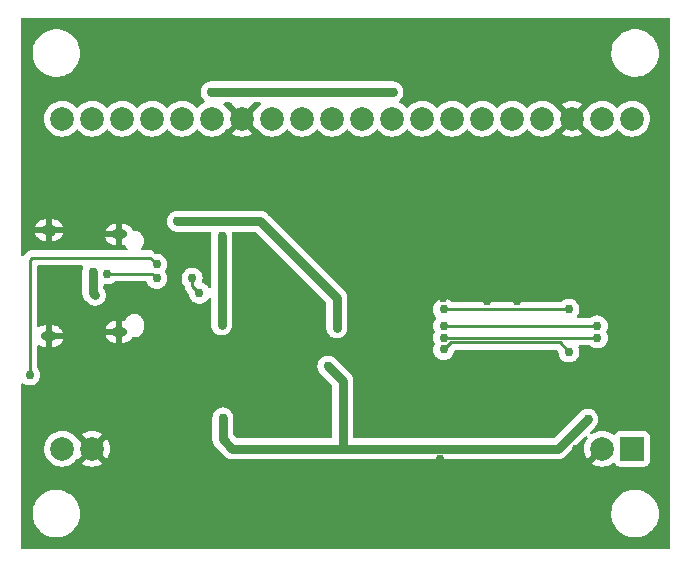
<source format=gbr>
%TF.GenerationSoftware,KiCad,Pcbnew,5.99.0-unknown-2a6c73b8df~142~ubuntu21.04.1*%
%TF.CreationDate,2021-10-24T13:29:38+00:00*%
%TF.ProjectId,wederian,77656465-7269-4616-9e2e-6b696361645f,rev?*%
%TF.SameCoordinates,Original*%
%TF.FileFunction,Copper,L2,Bot*%
%TF.FilePolarity,Positive*%
%FSLAX46Y46*%
G04 Gerber Fmt 4.6, Leading zero omitted, Abs format (unit mm)*
G04 Created by KiCad (PCBNEW 5.99.0-unknown-2a6c73b8df~142~ubuntu21.04.1) date 2021-10-24 13:29:38*
%MOMM*%
%LPD*%
G01*
G04 APERTURE LIST*
%TA.AperFunction,ComponentPad*%
%ADD10O,1.400000X0.800000*%
%TD*%
%TA.AperFunction,ComponentPad*%
%ADD11R,2.000000X2.000000*%
%TD*%
%TA.AperFunction,ComponentPad*%
%ADD12C,2.000000*%
%TD*%
%TA.AperFunction,ViaPad*%
%ADD13C,0.762000*%
%TD*%
%TA.AperFunction,Conductor*%
%ADD14C,0.762000*%
%TD*%
%TA.AperFunction,Conductor*%
%ADD15C,0.254000*%
%TD*%
G04 APERTURE END LIST*
D10*
%TO.P,J1,S1,SHIELD*%
%TO.N,GND*%
X137883674Y-96496680D03*
X137883674Y-105476680D03*
X143833674Y-96856680D03*
X143833674Y-105116680D03*
%TD*%
D11*
%TO.P,LCD1,1,A1*%
%TO.N,/LCD/A1*%
X187250000Y-115000000D03*
D12*
%TO.P,LCD1,2,C1*%
%TO.N,GND*%
X184710000Y-115000000D03*
%TO.P,LCD1,19,C2*%
X141530000Y-115000000D03*
%TO.P,LCD1,20,A2*%
%TO.N,/LCD/A2*%
X138990000Y-115000000D03*
%TO.P,LCD1,21,CAP1N*%
%TO.N,/LCD/CAP1N*%
X138990000Y-87060000D03*
%TO.P,LCD1,22,CAP1P*%
%TO.N,/LCD/CAP1P*%
X141530000Y-87060000D03*
%TO.P,LCD1,23,PSB*%
%TO.N,/Power Regulation/VOUT*%
X144070000Y-87060000D03*
%TO.P,LCD1,24,VOUT*%
%TO.N,/LCD/VOUT*%
X146610000Y-87060000D03*
%TO.P,LCD1,25,VIN*%
%TO.N,/Power Regulation/VOUT*%
X149150000Y-87060000D03*
%TO.P,LCD1,26,VDD*%
X151690000Y-87060000D03*
%TO.P,LCD1,27,VSS*%
%TO.N,GND*%
X154230000Y-87060000D03*
%TO.P,LCD1,28,D7/SI*%
%TO.N,/LCD/SCREEN_D7*%
X156770000Y-87060000D03*
%TO.P,LCD1,29,D6/CLK*%
%TO.N,/LCD/SCREEN_D6*%
X159310000Y-87060000D03*
%TO.P,LCD1,30,D5*%
%TO.N,/LCD/SCREEN_D5*%
X161850000Y-87060000D03*
%TO.P,LCD1,31,D4*%
%TO.N,/LCD/SCREEN_D4*%
X164390000Y-87060000D03*
%TO.P,LCD1,32,D3*%
%TO.N,/Power Regulation/VOUT*%
X166930000Y-87060000D03*
%TO.P,LCD1,33,D2*%
X169470000Y-87060000D03*
%TO.P,LCD1,34,D1*%
X172010000Y-87060000D03*
%TO.P,LCD1,35,D0*%
X174550000Y-87060000D03*
%TO.P,LCD1,36,E*%
%TO.N,/LCD/SCREEN_E*%
X177090000Y-87060000D03*
%TO.P,LCD1,37,R/W*%
%TO.N,/LCD/SCREEN_RW*%
X179630000Y-87060000D03*
%TO.P,LCD1,38,CSB*%
%TO.N,GND*%
X182170000Y-87060000D03*
%TO.P,LCD1,39,RS*%
%TO.N,/LCD/SCREEN_RS*%
X184710000Y-87060000D03*
%TO.P,LCD1,40,~{RESET}*%
%TO.N,/Power Regulation/VOUT*%
X187250000Y-87060000D03*
%TD*%
D13*
%TO.N,/Power Regulation/VOUT*%
X171750000Y-115000000D03*
X167000000Y-84800000D03*
X183500000Y-112500000D03*
X152500000Y-97000000D03*
X152600000Y-112400000D03*
X177750000Y-115000000D03*
X152500000Y-104500000D03*
X151600000Y-84800000D03*
X158750000Y-115000000D03*
X161500000Y-108000000D03*
%TO.N,GND*%
X165000000Y-80000000D03*
X167500000Y-92500000D03*
X177500000Y-117500000D03*
X183500000Y-103600000D03*
X140000000Y-105000000D03*
X167500000Y-82500000D03*
X155000000Y-80000000D03*
X182500000Y-115000000D03*
X175000000Y-90000000D03*
X140000000Y-100000000D03*
X172500000Y-122500000D03*
X177500000Y-100000000D03*
X142500000Y-122500000D03*
X150000000Y-110000000D03*
X160000000Y-80000000D03*
X147500000Y-122500000D03*
X145000000Y-115000000D03*
X170000000Y-80000000D03*
X155000000Y-110000000D03*
X171000000Y-115913900D03*
X182500000Y-122500000D03*
X166900000Y-98800000D03*
X162500000Y-92500000D03*
X180700000Y-107800000D03*
X152500000Y-117500000D03*
X158750000Y-122000000D03*
X179500000Y-97500000D03*
X169000000Y-108000000D03*
X160000000Y-105000000D03*
X145000000Y-110000000D03*
X175000000Y-100000000D03*
X150000000Y-115000000D03*
X185000000Y-110000000D03*
X162500000Y-82500000D03*
X185000000Y-95000000D03*
X160500000Y-120750000D03*
X152500000Y-82500000D03*
X147500000Y-117500000D03*
X182500000Y-117500000D03*
X187500000Y-90000000D03*
X150000000Y-90000000D03*
X172900000Y-107000000D03*
X164700000Y-103590100D03*
X157500000Y-82500000D03*
X147000000Y-98200000D03*
X155000000Y-105000000D03*
X175000000Y-102500000D03*
X177500000Y-122500000D03*
X165000000Y-95000000D03*
X180000000Y-112500000D03*
X171250000Y-102250000D03*
X177500000Y-102500000D03*
X180000000Y-120000000D03*
X142000000Y-105000000D03*
X157500000Y-102500000D03*
X147500000Y-107500000D03*
X185000000Y-90000000D03*
X160000000Y-110000000D03*
X157500000Y-107500000D03*
X142500000Y-117500000D03*
X185000000Y-92500000D03*
X177750000Y-95250000D03*
X160000000Y-95000000D03*
X164900000Y-106200000D03*
X175000000Y-120000000D03*
X152500000Y-122500000D03*
%TO.N,/Microcontroller/USB_VBUS*%
X148750000Y-95750000D03*
X162250000Y-104750000D03*
%TO.N,/USB/CC1*%
X147000000Y-99400000D03*
X136250000Y-108750000D03*
%TO.N,/USB/D+*%
X150000000Y-100576780D03*
X150616333Y-101835160D03*
X142800000Y-100200000D03*
X147000000Y-100576780D03*
%TO.N,/ICSP/RESET*%
X171300000Y-106600000D03*
X181900000Y-106800000D03*
%TO.N,/ICSP/SPI_SCK*%
X181900000Y-103200000D03*
X171300000Y-103200000D03*
%TO.N,/ICSP/SPI_MISO*%
X184300000Y-105600000D03*
X171300000Y-105600000D03*
%TO.N,/ICSP/SPI_MOSI*%
X184300000Y-104600000D03*
X171300000Y-104600000D03*
%TO.N,/USB/VBUS*%
X141800000Y-102000000D03*
X141600000Y-100000000D03*
%TD*%
D14*
%TO.N,/Power Regulation/VOUT*%
X162750000Y-109250000D02*
X161500000Y-108000000D01*
X152600000Y-114200000D02*
X153400000Y-115000000D01*
X153400000Y-115000000D02*
X158750000Y-115000000D01*
X162750000Y-115000000D02*
X162750000Y-109250000D01*
X152600000Y-112400000D02*
X152600000Y-114200000D01*
X151600000Y-84800000D02*
X167000000Y-84800000D01*
X181000000Y-115000000D02*
X183500000Y-112500000D01*
X162750000Y-115000000D02*
X181000000Y-115000000D01*
X152500000Y-97000000D02*
X152500000Y-104500000D01*
X158750000Y-115000000D02*
X162750000Y-115000000D01*
D15*
%TO.N,GND*%
X138243674Y-96856680D02*
X137883674Y-96496680D01*
D14*
%TO.N,/Microcontroller/USB_VBUS*%
X162250000Y-102250000D02*
X155750000Y-95750000D01*
X155750000Y-95750000D02*
X148750000Y-95750000D01*
X162250000Y-104750000D02*
X162250000Y-102250000D01*
D15*
%TO.N,/USB/CC1*%
X146440089Y-98840089D02*
X147000000Y-99400000D01*
X136250000Y-99017594D02*
X136427505Y-98840089D01*
X136427505Y-98840089D02*
X146440089Y-98840089D01*
X136250000Y-108750000D02*
X136250000Y-99017594D01*
%TO.N,/USB/D+*%
X150000000Y-100576780D02*
X150000000Y-101218827D01*
X150000000Y-101218827D02*
X150616333Y-101835160D01*
X142800000Y-100200000D02*
X146623220Y-100200000D01*
X146623220Y-100200000D02*
X147000000Y-100576780D01*
%TO.N,/ICSP/RESET*%
X171300000Y-106600000D02*
X171894080Y-106005920D01*
X181105920Y-106005920D02*
X181900000Y-106800000D01*
X171894080Y-106005920D02*
X181105920Y-106005920D01*
%TO.N,/ICSP/SPI_SCK*%
X171300000Y-103200000D02*
X181900000Y-103200000D01*
%TO.N,/ICSP/SPI_MISO*%
X171300000Y-105600000D02*
X184300000Y-105600000D01*
%TO.N,/ICSP/SPI_MOSI*%
X171300000Y-104600000D02*
X184300000Y-104600000D01*
D14*
%TO.N,/USB/VBUS*%
X141600000Y-100000000D02*
X141600000Y-101800000D01*
X141600000Y-101800000D02*
X141800000Y-102000000D01*
%TD*%
%TA.AperFunction,Conductor*%
%TO.N,GND*%
G36*
X190434121Y-78528002D02*
G01*
X190480614Y-78581658D01*
X190492000Y-78634000D01*
X190492000Y-123366000D01*
X190471998Y-123434121D01*
X190418342Y-123480614D01*
X190366000Y-123492000D01*
X135634000Y-123492000D01*
X135565879Y-123471998D01*
X135519386Y-123418342D01*
X135508000Y-123366000D01*
X135508000Y-120478924D01*
X136487418Y-120478924D01*
X136487835Y-120486150D01*
X136503179Y-120752257D01*
X136504004Y-120756462D01*
X136504005Y-120756470D01*
X136532848Y-120903483D01*
X136555889Y-121020923D01*
X136557276Y-121024974D01*
X136575275Y-121077544D01*
X136644573Y-121279950D01*
X136646499Y-121283779D01*
X136709495Y-121409032D01*
X136767591Y-121524544D01*
X136770017Y-121528073D01*
X136770020Y-121528079D01*
X136804642Y-121578454D01*
X136922666Y-121750179D01*
X137106929Y-121952681D01*
X137316969Y-122128302D01*
X137548901Y-122273792D01*
X137552803Y-122275554D01*
X137552807Y-122275556D01*
X137794520Y-122384694D01*
X137794524Y-122384696D01*
X137798432Y-122386460D01*
X137802551Y-122387680D01*
X138056832Y-122463002D01*
X138056837Y-122463003D01*
X138060945Y-122464220D01*
X138065179Y-122464868D01*
X138065184Y-122464869D01*
X138327340Y-122504984D01*
X138327342Y-122504984D01*
X138331582Y-122505633D01*
X138470913Y-122507822D01*
X138601045Y-122509867D01*
X138601051Y-122509867D01*
X138605336Y-122509934D01*
X138877141Y-122477042D01*
X139141967Y-122407566D01*
X139394914Y-122302792D01*
X139631301Y-122164658D01*
X139846754Y-121995722D01*
X139891539Y-121949508D01*
X140034303Y-121802186D01*
X140037286Y-121799108D01*
X140039819Y-121795660D01*
X140039823Y-121795655D01*
X140196834Y-121581909D01*
X140199372Y-121578454D01*
X140201418Y-121574686D01*
X140327962Y-121341621D01*
X140327963Y-121341619D01*
X140330012Y-121337845D01*
X140426789Y-121081732D01*
X140487912Y-120814854D01*
X140500031Y-120679075D01*
X140512031Y-120544616D01*
X140512251Y-120542151D01*
X140512692Y-120500000D01*
X140511255Y-120478924D01*
X185487418Y-120478924D01*
X185487835Y-120486150D01*
X185503179Y-120752257D01*
X185504004Y-120756462D01*
X185504005Y-120756470D01*
X185532848Y-120903483D01*
X185555889Y-121020923D01*
X185557276Y-121024974D01*
X185575275Y-121077544D01*
X185644573Y-121279950D01*
X185646499Y-121283779D01*
X185709495Y-121409032D01*
X185767591Y-121524544D01*
X185770017Y-121528073D01*
X185770020Y-121528079D01*
X185804642Y-121578454D01*
X185922666Y-121750179D01*
X186106929Y-121952681D01*
X186316969Y-122128302D01*
X186548901Y-122273792D01*
X186552803Y-122275554D01*
X186552807Y-122275556D01*
X186794520Y-122384694D01*
X186794524Y-122384696D01*
X186798432Y-122386460D01*
X186802551Y-122387680D01*
X187056832Y-122463002D01*
X187056837Y-122463003D01*
X187060945Y-122464220D01*
X187065179Y-122464868D01*
X187065184Y-122464869D01*
X187327340Y-122504984D01*
X187327342Y-122504984D01*
X187331582Y-122505633D01*
X187470913Y-122507822D01*
X187601045Y-122509867D01*
X187601051Y-122509867D01*
X187605336Y-122509934D01*
X187877141Y-122477042D01*
X188141967Y-122407566D01*
X188394914Y-122302792D01*
X188631301Y-122164658D01*
X188846754Y-121995722D01*
X188891539Y-121949508D01*
X189034303Y-121802186D01*
X189037286Y-121799108D01*
X189039819Y-121795660D01*
X189039823Y-121795655D01*
X189196834Y-121581909D01*
X189199372Y-121578454D01*
X189201418Y-121574686D01*
X189327962Y-121341621D01*
X189327963Y-121341619D01*
X189330012Y-121337845D01*
X189426789Y-121081732D01*
X189487912Y-120814854D01*
X189500031Y-120679075D01*
X189512031Y-120544616D01*
X189512251Y-120542151D01*
X189512692Y-120500000D01*
X189510964Y-120474653D01*
X189494362Y-120231123D01*
X189494361Y-120231117D01*
X189494070Y-120226846D01*
X189438550Y-119958747D01*
X189347157Y-119700664D01*
X189339277Y-119685395D01*
X189223550Y-119461178D01*
X189223549Y-119461177D01*
X189221585Y-119457371D01*
X189219122Y-119453866D01*
X189066619Y-119236877D01*
X189066614Y-119236871D01*
X189064155Y-119233372D01*
X188877782Y-119032811D01*
X188874466Y-119030097D01*
X188874463Y-119030094D01*
X188669233Y-118862114D01*
X188669226Y-118862109D01*
X188665915Y-118859399D01*
X188432472Y-118716345D01*
X188428555Y-118714626D01*
X188428552Y-118714624D01*
X188318232Y-118666197D01*
X188181775Y-118606297D01*
X188177647Y-118605121D01*
X188177644Y-118605120D01*
X188096557Y-118582022D01*
X187918462Y-118531290D01*
X187914220Y-118530686D01*
X187914214Y-118530685D01*
X187715596Y-118502418D01*
X187647406Y-118492713D01*
X187503671Y-118491961D01*
X187377908Y-118491302D01*
X187377902Y-118491302D01*
X187373622Y-118491280D01*
X187369378Y-118491839D01*
X187369374Y-118491839D01*
X187250397Y-118507503D01*
X187102177Y-118527016D01*
X187098037Y-118528149D01*
X187098035Y-118528149D01*
X187082251Y-118532467D01*
X186838093Y-118599261D01*
X186586257Y-118706678D01*
X186351329Y-118847280D01*
X186347978Y-118849964D01*
X186347976Y-118849966D01*
X186336202Y-118859399D01*
X186137657Y-119018463D01*
X185949194Y-119217062D01*
X185789428Y-119439400D01*
X185661314Y-119681364D01*
X185567225Y-119938477D01*
X185508899Y-120205980D01*
X185487418Y-120478924D01*
X140511255Y-120478924D01*
X140510964Y-120474653D01*
X140494362Y-120231123D01*
X140494361Y-120231117D01*
X140494070Y-120226846D01*
X140438550Y-119958747D01*
X140347157Y-119700664D01*
X140339277Y-119685395D01*
X140223550Y-119461178D01*
X140223549Y-119461177D01*
X140221585Y-119457371D01*
X140219122Y-119453866D01*
X140066619Y-119236877D01*
X140066614Y-119236871D01*
X140064155Y-119233372D01*
X139877782Y-119032811D01*
X139874466Y-119030097D01*
X139874463Y-119030094D01*
X139669233Y-118862114D01*
X139669226Y-118862109D01*
X139665915Y-118859399D01*
X139432472Y-118716345D01*
X139428555Y-118714626D01*
X139428552Y-118714624D01*
X139318232Y-118666197D01*
X139181775Y-118606297D01*
X139177647Y-118605121D01*
X139177644Y-118605120D01*
X139096557Y-118582022D01*
X138918462Y-118531290D01*
X138914220Y-118530686D01*
X138914214Y-118530685D01*
X138715596Y-118502418D01*
X138647406Y-118492713D01*
X138503671Y-118491961D01*
X138377908Y-118491302D01*
X138377902Y-118491302D01*
X138373622Y-118491280D01*
X138369378Y-118491839D01*
X138369374Y-118491839D01*
X138250397Y-118507503D01*
X138102177Y-118527016D01*
X138098037Y-118528149D01*
X138098035Y-118528149D01*
X138082251Y-118532467D01*
X137838093Y-118599261D01*
X137586257Y-118706678D01*
X137351329Y-118847280D01*
X137347978Y-118849964D01*
X137347976Y-118849966D01*
X137336202Y-118859399D01*
X137137657Y-119018463D01*
X136949194Y-119217062D01*
X136789428Y-119439400D01*
X136661314Y-119681364D01*
X136567225Y-119938477D01*
X136508899Y-120205980D01*
X136487418Y-120478924D01*
X135508000Y-120478924D01*
X135508000Y-115000000D01*
X137476835Y-115000000D01*
X137495465Y-115236711D01*
X137550895Y-115467594D01*
X137552788Y-115472165D01*
X137552789Y-115472167D01*
X137639772Y-115682163D01*
X137641760Y-115686963D01*
X137644346Y-115691183D01*
X137763241Y-115885202D01*
X137763245Y-115885208D01*
X137765824Y-115889416D01*
X137920031Y-116069969D01*
X138100584Y-116224176D01*
X138104792Y-116226755D01*
X138104798Y-116226759D01*
X138298084Y-116345205D01*
X138303037Y-116348240D01*
X138307607Y-116350133D01*
X138307611Y-116350135D01*
X138517833Y-116437211D01*
X138522406Y-116439105D01*
X138570349Y-116450615D01*
X138748476Y-116493380D01*
X138748482Y-116493381D01*
X138753289Y-116494535D01*
X138990000Y-116513165D01*
X139226711Y-116494535D01*
X139231518Y-116493381D01*
X139231524Y-116493380D01*
X139409651Y-116450615D01*
X139457594Y-116439105D01*
X139462167Y-116437211D01*
X139672389Y-116350135D01*
X139672393Y-116350133D01*
X139676963Y-116348240D01*
X139681916Y-116345205D01*
X139865556Y-116232670D01*
X140662160Y-116232670D01*
X140667887Y-116240320D01*
X140839042Y-116345205D01*
X140847837Y-116349687D01*
X141057988Y-116436734D01*
X141067373Y-116439783D01*
X141288554Y-116492885D01*
X141298301Y-116494428D01*
X141525070Y-116512275D01*
X141534930Y-116512275D01*
X141761699Y-116494428D01*
X141771446Y-116492885D01*
X141992627Y-116439783D01*
X142002012Y-116436734D01*
X142212163Y-116349687D01*
X142220958Y-116345205D01*
X142388445Y-116242568D01*
X142397907Y-116232110D01*
X142394124Y-116223334D01*
X141542812Y-115372022D01*
X141528868Y-115364408D01*
X141527035Y-115364539D01*
X141520420Y-115368790D01*
X140668920Y-116220290D01*
X140662160Y-116232670D01*
X139865556Y-116232670D01*
X139875202Y-116226759D01*
X139875208Y-116226755D01*
X139879416Y-116224176D01*
X140059969Y-116069969D01*
X140063177Y-116066213D01*
X140063182Y-116066208D01*
X140193706Y-115913384D01*
X140253156Y-115874574D01*
X140287558Y-115872360D01*
X140306667Y-115864123D01*
X141157978Y-115012812D01*
X141164356Y-115001132D01*
X141894408Y-115001132D01*
X141894539Y-115002965D01*
X141898790Y-115009580D01*
X142750290Y-115861080D01*
X142762670Y-115867840D01*
X142770320Y-115862113D01*
X142875205Y-115690958D01*
X142879687Y-115682163D01*
X142966734Y-115472012D01*
X142969783Y-115462627D01*
X143022885Y-115241446D01*
X143024428Y-115231699D01*
X143042275Y-115004930D01*
X143042275Y-114995070D01*
X143024428Y-114768301D01*
X143022885Y-114758554D01*
X142969783Y-114537373D01*
X142966734Y-114527988D01*
X142879687Y-114317837D01*
X142875205Y-114309042D01*
X142772568Y-114141555D01*
X142762110Y-114132093D01*
X142753334Y-114135876D01*
X141902022Y-114987188D01*
X141894408Y-115001132D01*
X141164356Y-115001132D01*
X141165592Y-114998868D01*
X141165461Y-114997035D01*
X141161210Y-114990420D01*
X140309710Y-114138920D01*
X140292898Y-114129740D01*
X140229650Y-114115980D01*
X140194225Y-114087224D01*
X140063177Y-113933787D01*
X140059969Y-113930031D01*
X139879416Y-113775824D01*
X139875208Y-113773245D01*
X139875202Y-113773241D01*
X139866470Y-113767890D01*
X140662093Y-113767890D01*
X140665876Y-113776666D01*
X141517188Y-114627978D01*
X141531132Y-114635592D01*
X141532965Y-114635461D01*
X141539580Y-114631210D01*
X142391080Y-113779710D01*
X142397840Y-113767330D01*
X142392113Y-113759680D01*
X142220958Y-113654795D01*
X142212163Y-113650313D01*
X142002012Y-113563266D01*
X141992627Y-113560217D01*
X141771446Y-113507115D01*
X141761699Y-113505572D01*
X141534930Y-113487725D01*
X141525070Y-113487725D01*
X141298301Y-113505572D01*
X141288554Y-113507115D01*
X141067373Y-113560217D01*
X141057988Y-113563266D01*
X140847837Y-113650313D01*
X140839042Y-113654795D01*
X140671555Y-113757432D01*
X140662093Y-113767890D01*
X139866470Y-113767890D01*
X139681183Y-113654346D01*
X139676963Y-113651760D01*
X139672393Y-113649867D01*
X139672389Y-113649865D01*
X139462167Y-113562789D01*
X139462165Y-113562788D01*
X139457594Y-113560895D01*
X139377391Y-113541640D01*
X139231524Y-113506620D01*
X139231518Y-113506619D01*
X139226711Y-113505465D01*
X138990000Y-113486835D01*
X138753289Y-113505465D01*
X138748482Y-113506619D01*
X138748476Y-113506620D01*
X138602609Y-113541640D01*
X138522406Y-113560895D01*
X138517835Y-113562788D01*
X138517833Y-113562789D01*
X138307611Y-113649865D01*
X138307607Y-113649867D01*
X138303037Y-113651760D01*
X138298817Y-113654346D01*
X138104798Y-113773241D01*
X138104792Y-113773245D01*
X138100584Y-113775824D01*
X137920031Y-113930031D01*
X137765824Y-114110584D01*
X137763245Y-114114792D01*
X137763241Y-114114798D01*
X137644346Y-114308817D01*
X137641760Y-114313037D01*
X137639867Y-114317607D01*
X137639865Y-114317611D01*
X137553380Y-114526406D01*
X137550895Y-114532406D01*
X137549740Y-114537218D01*
X137503485Y-114729885D01*
X137495465Y-114763289D01*
X137476835Y-115000000D01*
X135508000Y-115000000D01*
X135508000Y-112400000D01*
X151705600Y-112400000D01*
X151706290Y-112406565D01*
X151709810Y-112440055D01*
X151710500Y-112453226D01*
X151710500Y-114120075D01*
X151708949Y-114139785D01*
X151706826Y-114153190D01*
X151707171Y-114159778D01*
X151707171Y-114159782D01*
X151710327Y-114219999D01*
X151710500Y-114226593D01*
X151710500Y-114246620D01*
X151710844Y-114249891D01*
X151710844Y-114249895D01*
X151712593Y-114266539D01*
X151713110Y-114273113D01*
X151715202Y-114313037D01*
X151716611Y-114339915D01*
X151718320Y-114346292D01*
X151718320Y-114346293D01*
X151720124Y-114353023D01*
X151723728Y-114372470D01*
X151725145Y-114385956D01*
X151727187Y-114392240D01*
X151745818Y-114449582D01*
X151747691Y-114455906D01*
X151765006Y-114520524D01*
X151771167Y-114532616D01*
X151778730Y-114550875D01*
X151782925Y-114563785D01*
X151813057Y-114615975D01*
X151816376Y-114621724D01*
X151819523Y-114627520D01*
X151849893Y-114687125D01*
X151858432Y-114697670D01*
X151869625Y-114713955D01*
X151873116Y-114720002D01*
X151873119Y-114720005D01*
X151876415Y-114725715D01*
X151880827Y-114730615D01*
X151880830Y-114730619D01*
X151921175Y-114775425D01*
X151925463Y-114780446D01*
X151938063Y-114796006D01*
X151952210Y-114810153D01*
X151956751Y-114814937D01*
X152001530Y-114864669D01*
X152012518Y-114872652D01*
X152027546Y-114885489D01*
X152714511Y-115572454D01*
X152727348Y-115587482D01*
X152735331Y-115598470D01*
X152740233Y-115602883D01*
X152740234Y-115602885D01*
X152785063Y-115643249D01*
X152789847Y-115647790D01*
X152803994Y-115661937D01*
X152806559Y-115664014D01*
X152819554Y-115674537D01*
X152824575Y-115678825D01*
X152869381Y-115719170D01*
X152869385Y-115719173D01*
X152874285Y-115723585D01*
X152879995Y-115726881D01*
X152879998Y-115726884D01*
X152886045Y-115730375D01*
X152902330Y-115741568D01*
X152912875Y-115750107D01*
X152972480Y-115780477D01*
X152978276Y-115783624D01*
X153036215Y-115817075D01*
X153049125Y-115821270D01*
X153067384Y-115828833D01*
X153079476Y-115834994D01*
X153136641Y-115850312D01*
X153144094Y-115852309D01*
X153150419Y-115854182D01*
X153214044Y-115874855D01*
X153220611Y-115875545D01*
X153220615Y-115875546D01*
X153226288Y-115876142D01*
X153227530Y-115876272D01*
X153246972Y-115879875D01*
X153260085Y-115883389D01*
X153266682Y-115883735D01*
X153266684Y-115883735D01*
X153326887Y-115886890D01*
X153333461Y-115887407D01*
X153350105Y-115889156D01*
X153350109Y-115889156D01*
X153353380Y-115889500D01*
X153373407Y-115889500D01*
X153380001Y-115889673D01*
X153440218Y-115892829D01*
X153440222Y-115892829D01*
X153446810Y-115893174D01*
X153453325Y-115892142D01*
X153453327Y-115892142D01*
X153460214Y-115891051D01*
X153479925Y-115889500D01*
X180920075Y-115889500D01*
X180939786Y-115891051D01*
X180946673Y-115892142D01*
X180946675Y-115892142D01*
X180953190Y-115893174D01*
X180959778Y-115892829D01*
X180959782Y-115892829D01*
X181019999Y-115889673D01*
X181026593Y-115889500D01*
X181046620Y-115889500D01*
X181049891Y-115889156D01*
X181049895Y-115889156D01*
X181066539Y-115887407D01*
X181073113Y-115886890D01*
X181133316Y-115883735D01*
X181133318Y-115883735D01*
X181139915Y-115883389D01*
X181153028Y-115879875D01*
X181172470Y-115876272D01*
X181173712Y-115876142D01*
X181179385Y-115875546D01*
X181179389Y-115875545D01*
X181185956Y-115874855D01*
X181249581Y-115854182D01*
X181255906Y-115852309D01*
X181263359Y-115850312D01*
X181320524Y-115834994D01*
X181332616Y-115828833D01*
X181350875Y-115821270D01*
X181363785Y-115817075D01*
X181421724Y-115783624D01*
X181427520Y-115780477D01*
X181487125Y-115750107D01*
X181497670Y-115741568D01*
X181513955Y-115730375D01*
X181520002Y-115726884D01*
X181520005Y-115726881D01*
X181525715Y-115723585D01*
X181530615Y-115719173D01*
X181530619Y-115719170D01*
X181575425Y-115678825D01*
X181580446Y-115674537D01*
X181593441Y-115664014D01*
X181596006Y-115661937D01*
X181610153Y-115647790D01*
X181614937Y-115643249D01*
X181659766Y-115602885D01*
X181659767Y-115602883D01*
X181664669Y-115598470D01*
X181672652Y-115587482D01*
X181685489Y-115572454D01*
X183270250Y-113987693D01*
X183332562Y-113953667D01*
X183403377Y-113958732D01*
X183460213Y-114001279D01*
X183485024Y-114067799D01*
X183466778Y-114142623D01*
X183364790Y-114309052D01*
X183360313Y-114317837D01*
X183273266Y-114527988D01*
X183270217Y-114537373D01*
X183217115Y-114758554D01*
X183215572Y-114768301D01*
X183197725Y-114995070D01*
X183197725Y-115004930D01*
X183215572Y-115231699D01*
X183217115Y-115241446D01*
X183270217Y-115462627D01*
X183273266Y-115472012D01*
X183360313Y-115682163D01*
X183364795Y-115690958D01*
X183467432Y-115858445D01*
X183477890Y-115867907D01*
X183486666Y-115864124D01*
X184620905Y-114729885D01*
X184683217Y-114695859D01*
X184754032Y-114700924D01*
X184799095Y-114729885D01*
X184980115Y-114910905D01*
X185014141Y-114973217D01*
X185009076Y-115044032D01*
X184980115Y-115089095D01*
X183848920Y-116220290D01*
X183842160Y-116232670D01*
X183847887Y-116240320D01*
X184019042Y-116345205D01*
X184027837Y-116349687D01*
X184237988Y-116436734D01*
X184247373Y-116439783D01*
X184468554Y-116492885D01*
X184478301Y-116494428D01*
X184705070Y-116512275D01*
X184714930Y-116512275D01*
X184941699Y-116494428D01*
X184951446Y-116492885D01*
X185172627Y-116439783D01*
X185182012Y-116436734D01*
X185392163Y-116349687D01*
X185400958Y-116345205D01*
X185594899Y-116226357D01*
X185602883Y-116220557D01*
X185610114Y-116214381D01*
X185674904Y-116185349D01*
X185745104Y-116195953D01*
X185797688Y-116242177D01*
X185799385Y-116246705D01*
X185804770Y-116253890D01*
X185804771Y-116253891D01*
X185886739Y-116363261D01*
X186003295Y-116450615D01*
X186139684Y-116501745D01*
X186201866Y-116508500D01*
X188298134Y-116508500D01*
X188360316Y-116501745D01*
X188496705Y-116450615D01*
X188613261Y-116363261D01*
X188700615Y-116246705D01*
X188751745Y-116110316D01*
X188758500Y-116048134D01*
X188758500Y-113951866D01*
X188751745Y-113889684D01*
X188700615Y-113753295D01*
X188613261Y-113636739D01*
X188496705Y-113549385D01*
X188360316Y-113498255D01*
X188298134Y-113491500D01*
X186201866Y-113491500D01*
X186139684Y-113498255D01*
X186003295Y-113549385D01*
X185886739Y-113636739D01*
X185881358Y-113643919D01*
X185804771Y-113746108D01*
X185804770Y-113746110D01*
X185799385Y-113753295D01*
X185799327Y-113753450D01*
X185752209Y-113800463D01*
X185682818Y-113815478D01*
X185616325Y-113790594D01*
X185610114Y-113785619D01*
X185602883Y-113779443D01*
X185594899Y-113773643D01*
X185400958Y-113654795D01*
X185392163Y-113650313D01*
X185182012Y-113563266D01*
X185172627Y-113560217D01*
X184951446Y-113507115D01*
X184941699Y-113505572D01*
X184714930Y-113487725D01*
X184705070Y-113487725D01*
X184478301Y-113505572D01*
X184468554Y-113507115D01*
X184247373Y-113560217D01*
X184237988Y-113563266D01*
X184027837Y-113650313D01*
X184019052Y-113654790D01*
X183852623Y-113756778D01*
X183784090Y-113775316D01*
X183716413Y-113753860D01*
X183671080Y-113699221D01*
X183662483Y-113628746D01*
X183697693Y-113560250D01*
X184072454Y-113185489D01*
X184087482Y-113172652D01*
X184098470Y-113164669D01*
X184143249Y-113114937D01*
X184147790Y-113110153D01*
X184161937Y-113096006D01*
X184174537Y-113080446D01*
X184178825Y-113075425D01*
X184219170Y-113030619D01*
X184219173Y-113030615D01*
X184223585Y-113025715D01*
X184226881Y-113020005D01*
X184226884Y-113020002D01*
X184230375Y-113013955D01*
X184241568Y-112997670D01*
X184245950Y-112992258D01*
X184250107Y-112987125D01*
X184280477Y-112927520D01*
X184283624Y-112921724D01*
X184286943Y-112915975D01*
X184317075Y-112863785D01*
X184321270Y-112850875D01*
X184328833Y-112832616D01*
X184334994Y-112820524D01*
X184352309Y-112755906D01*
X184354182Y-112749582D01*
X184372813Y-112692240D01*
X184374855Y-112685956D01*
X184376272Y-112672470D01*
X184379876Y-112653023D01*
X184381680Y-112646293D01*
X184381680Y-112646292D01*
X184383389Y-112639915D01*
X184386890Y-112573113D01*
X184387407Y-112566538D01*
X184393710Y-112506566D01*
X184393710Y-112506565D01*
X184394400Y-112500000D01*
X184392981Y-112486499D01*
X184392464Y-112466735D01*
X184393174Y-112453190D01*
X184382706Y-112387094D01*
X184381848Y-112380578D01*
X184375545Y-112320605D01*
X184375544Y-112320602D01*
X184374855Y-112314044D01*
X184372817Y-112307773D01*
X184372815Y-112307762D01*
X184370663Y-112301140D01*
X184366048Y-112281917D01*
X184364959Y-112275040D01*
X184364956Y-112275030D01*
X184363924Y-112268512D01*
X184339952Y-112206062D01*
X184337750Y-112199845D01*
X184319116Y-112142496D01*
X184319115Y-112142495D01*
X184317075Y-112136215D01*
X184310291Y-112124465D01*
X184301779Y-112106618D01*
X184299285Y-112100121D01*
X184299282Y-112100116D01*
X184296916Y-112093951D01*
X184260480Y-112037844D01*
X184257034Y-112032220D01*
X184226886Y-111980002D01*
X184226885Y-111980000D01*
X184223585Y-111974285D01*
X184214502Y-111964197D01*
X184202469Y-111948515D01*
X184198674Y-111942671D01*
X184198672Y-111942669D01*
X184195079Y-111937136D01*
X184147790Y-111889847D01*
X184143249Y-111885063D01*
X184102885Y-111840234D01*
X184102883Y-111840233D01*
X184098470Y-111835331D01*
X184087482Y-111827348D01*
X184072454Y-111814511D01*
X184062864Y-111804921D01*
X184057324Y-111801323D01*
X184006763Y-111768488D01*
X184001328Y-111764753D01*
X183967580Y-111740234D01*
X183947200Y-111725427D01*
X183934803Y-111719908D01*
X183917429Y-111710474D01*
X183911590Y-111706682D01*
X183911588Y-111706681D01*
X183906049Y-111703084D01*
X183899884Y-111700717D01*
X183899881Y-111700716D01*
X183843599Y-111679112D01*
X183837503Y-111676587D01*
X183782421Y-111652062D01*
X183782417Y-111652061D01*
X183776385Y-111649375D01*
X183769921Y-111648001D01*
X183769918Y-111648000D01*
X183763112Y-111646553D01*
X183744165Y-111640941D01*
X183737657Y-111638443D01*
X183737648Y-111638441D01*
X183731488Y-111636076D01*
X183665403Y-111625609D01*
X183658927Y-111624409D01*
X183593490Y-111610500D01*
X183579925Y-111610500D01*
X183560214Y-111608949D01*
X183553327Y-111607858D01*
X183553325Y-111607858D01*
X183546810Y-111606826D01*
X183540222Y-111607171D01*
X183540218Y-111607171D01*
X183480001Y-111610327D01*
X183473407Y-111610500D01*
X183406510Y-111610500D01*
X183393241Y-111613321D01*
X183373639Y-111615901D01*
X183360085Y-111616611D01*
X183353713Y-111618318D01*
X183353709Y-111618319D01*
X183295462Y-111633926D01*
X183289050Y-111635465D01*
X183230083Y-111647999D01*
X183230073Y-111648002D01*
X183223615Y-111649375D01*
X183217582Y-111652061D01*
X183217579Y-111652062D01*
X183211214Y-111654896D01*
X183192584Y-111661493D01*
X183185859Y-111663295D01*
X183185854Y-111663297D01*
X183179476Y-111665006D01*
X183119864Y-111695379D01*
X183113928Y-111698211D01*
X183058831Y-111722742D01*
X183052800Y-111725427D01*
X183047463Y-111729305D01*
X183047457Y-111729308D01*
X183041818Y-111733405D01*
X183024968Y-111743731D01*
X183012875Y-111749893D01*
X182960876Y-111792000D01*
X182955655Y-111796006D01*
X182906873Y-111831448D01*
X182906867Y-111831453D01*
X182901530Y-111835331D01*
X182897113Y-111840237D01*
X182856751Y-111885063D01*
X182852210Y-111889847D01*
X180668462Y-114073595D01*
X180606150Y-114107621D01*
X180579367Y-114110500D01*
X163765500Y-114110500D01*
X163697379Y-114090498D01*
X163650886Y-114036842D01*
X163639500Y-113984500D01*
X163639500Y-109329925D01*
X163641051Y-109310214D01*
X163642142Y-109303327D01*
X163642142Y-109303325D01*
X163643174Y-109296810D01*
X163639673Y-109230001D01*
X163639500Y-109223407D01*
X163639500Y-109203380D01*
X163637407Y-109183461D01*
X163636890Y-109176887D01*
X163633735Y-109116684D01*
X163633735Y-109116682D01*
X163633389Y-109110085D01*
X163629875Y-109096972D01*
X163626272Y-109077529D01*
X163625546Y-109070615D01*
X163625545Y-109070611D01*
X163624855Y-109064044D01*
X163604182Y-109000418D01*
X163602309Y-108994094D01*
X163586704Y-108935859D01*
X163584994Y-108929476D01*
X163578833Y-108917384D01*
X163571269Y-108899123D01*
X163569116Y-108892497D01*
X163567075Y-108886215D01*
X163533624Y-108828276D01*
X163530477Y-108822480D01*
X163500107Y-108762875D01*
X163491568Y-108752330D01*
X163480375Y-108736045D01*
X163476884Y-108729998D01*
X163476881Y-108729995D01*
X163473585Y-108724285D01*
X163469173Y-108719385D01*
X163469170Y-108719381D01*
X163428825Y-108674575D01*
X163424537Y-108669554D01*
X163414014Y-108656559D01*
X163411937Y-108653994D01*
X163397790Y-108639847D01*
X163393249Y-108635063D01*
X163352885Y-108590234D01*
X163352883Y-108590233D01*
X163348470Y-108585331D01*
X163337482Y-108577348D01*
X163322454Y-108564511D01*
X162147790Y-107389847D01*
X162143249Y-107385063D01*
X162102887Y-107340237D01*
X162098470Y-107335331D01*
X162093133Y-107331453D01*
X162093127Y-107331448D01*
X162044345Y-107296006D01*
X162039124Y-107292000D01*
X161987125Y-107249893D01*
X161975032Y-107243731D01*
X161958182Y-107233405D01*
X161952543Y-107229308D01*
X161952537Y-107229305D01*
X161947200Y-107225427D01*
X161941170Y-107222742D01*
X161886072Y-107198211D01*
X161880136Y-107195379D01*
X161820524Y-107165006D01*
X161814146Y-107163297D01*
X161814141Y-107163295D01*
X161807416Y-107161493D01*
X161788786Y-107154896D01*
X161782421Y-107152062D01*
X161782418Y-107152061D01*
X161776385Y-107149375D01*
X161769927Y-107148002D01*
X161769917Y-107147999D01*
X161710950Y-107135465D01*
X161704538Y-107133926D01*
X161646291Y-107118319D01*
X161646287Y-107118318D01*
X161639915Y-107116611D01*
X161626361Y-107115901D01*
X161606759Y-107113321D01*
X161593490Y-107110500D01*
X161526593Y-107110500D01*
X161519999Y-107110327D01*
X161459782Y-107107171D01*
X161459778Y-107107171D01*
X161453190Y-107106826D01*
X161446675Y-107107858D01*
X161446673Y-107107858D01*
X161439786Y-107108949D01*
X161420075Y-107110500D01*
X161406510Y-107110500D01*
X161341073Y-107124409D01*
X161334597Y-107125609D01*
X161268512Y-107136076D01*
X161262352Y-107138441D01*
X161262343Y-107138443D01*
X161255835Y-107140941D01*
X161236888Y-107146553D01*
X161230082Y-107148000D01*
X161230079Y-107148001D01*
X161223615Y-107149375D01*
X161217583Y-107152061D01*
X161217579Y-107152062D01*
X161162497Y-107176587D01*
X161156401Y-107179112D01*
X161100119Y-107200716D01*
X161100116Y-107200717D01*
X161093951Y-107203084D01*
X161088412Y-107206681D01*
X161088410Y-107206682D01*
X161082571Y-107210474D01*
X161065197Y-107219908D01*
X161052800Y-107225427D01*
X161027604Y-107243733D01*
X160998672Y-107264753D01*
X160993237Y-107268488D01*
X160942676Y-107301323D01*
X160937136Y-107304921D01*
X160927546Y-107314511D01*
X160912518Y-107327348D01*
X160901530Y-107335331D01*
X160897117Y-107340233D01*
X160897115Y-107340234D01*
X160856751Y-107385063D01*
X160852210Y-107389847D01*
X160804921Y-107437136D01*
X160801328Y-107442669D01*
X160801326Y-107442671D01*
X160797531Y-107448515D01*
X160785498Y-107464197D01*
X160776415Y-107474285D01*
X160773115Y-107480000D01*
X160773114Y-107480002D01*
X160742966Y-107532220D01*
X160739520Y-107537844D01*
X160703084Y-107593951D01*
X160700718Y-107600116D01*
X160700715Y-107600121D01*
X160698221Y-107606618D01*
X160689709Y-107624465D01*
X160682925Y-107636215D01*
X160680885Y-107642495D01*
X160680884Y-107642496D01*
X160662250Y-107699845D01*
X160660048Y-107706062D01*
X160636076Y-107768512D01*
X160635044Y-107775030D01*
X160635041Y-107775040D01*
X160633952Y-107781917D01*
X160629337Y-107801140D01*
X160627185Y-107807762D01*
X160627183Y-107807773D01*
X160625145Y-107814044D01*
X160624456Y-107820602D01*
X160624455Y-107820605D01*
X160618152Y-107880578D01*
X160617294Y-107887094D01*
X160606826Y-107953190D01*
X160607536Y-107966735D01*
X160607019Y-107986499D01*
X160605600Y-108000000D01*
X160606290Y-108006565D01*
X160606290Y-108006566D01*
X160612593Y-108066538D01*
X160613110Y-108073113D01*
X160616611Y-108139915D01*
X160618320Y-108146292D01*
X160618320Y-108146293D01*
X160620124Y-108153023D01*
X160623728Y-108172470D01*
X160625145Y-108185956D01*
X160627187Y-108192240D01*
X160645818Y-108249582D01*
X160647691Y-108255906D01*
X160665006Y-108320524D01*
X160671167Y-108332616D01*
X160678730Y-108350875D01*
X160682925Y-108363785D01*
X160692571Y-108380492D01*
X160716376Y-108421724D01*
X160719523Y-108427520D01*
X160749893Y-108487125D01*
X160754050Y-108492258D01*
X160758432Y-108497670D01*
X160769625Y-108513955D01*
X160773116Y-108520002D01*
X160773119Y-108520005D01*
X160776415Y-108525715D01*
X160780827Y-108530615D01*
X160780830Y-108530619D01*
X160805273Y-108557765D01*
X160816838Y-108570608D01*
X160821175Y-108575425D01*
X160825463Y-108580446D01*
X160838063Y-108596006D01*
X160852210Y-108610153D01*
X160856751Y-108614937D01*
X160894228Y-108656559D01*
X160901530Y-108664669D01*
X160912518Y-108672652D01*
X160927546Y-108685489D01*
X161823595Y-109581538D01*
X161857621Y-109643850D01*
X161860500Y-109670633D01*
X161860500Y-113984500D01*
X161840498Y-114052621D01*
X161786842Y-114099114D01*
X161734500Y-114110500D01*
X153820633Y-114110500D01*
X153752512Y-114090498D01*
X153731538Y-114073595D01*
X153526405Y-113868462D01*
X153492379Y-113806150D01*
X153489500Y-113779367D01*
X153489500Y-112453226D01*
X153490190Y-112440055D01*
X153493710Y-112406565D01*
X153494400Y-112400000D01*
X153474855Y-112214044D01*
X153472262Y-112206062D01*
X153437839Y-112100121D01*
X153417075Y-112036215D01*
X153323585Y-111874285D01*
X153285022Y-111831456D01*
X153202885Y-111740234D01*
X153202883Y-111740233D01*
X153198470Y-111735331D01*
X153078268Y-111647999D01*
X153052542Y-111629308D01*
X153052541Y-111629307D01*
X153047200Y-111625427D01*
X153041172Y-111622743D01*
X153041170Y-111622742D01*
X152882416Y-111552060D01*
X152882414Y-111552060D01*
X152876385Y-111549375D01*
X152784938Y-111529938D01*
X152699947Y-111511872D01*
X152699943Y-111511872D01*
X152693490Y-111510500D01*
X152506510Y-111510500D01*
X152500057Y-111511872D01*
X152500053Y-111511872D01*
X152415062Y-111529938D01*
X152323615Y-111549375D01*
X152317586Y-111552060D01*
X152317584Y-111552060D01*
X152158830Y-111622742D01*
X152158828Y-111622743D01*
X152152800Y-111625427D01*
X152147459Y-111629307D01*
X152147458Y-111629308D01*
X152121732Y-111647999D01*
X152001530Y-111735331D01*
X151997117Y-111740233D01*
X151997115Y-111740234D01*
X151914978Y-111831456D01*
X151876415Y-111874285D01*
X151782925Y-112036215D01*
X151762161Y-112100121D01*
X151727739Y-112206062D01*
X151725145Y-112214044D01*
X151705600Y-112400000D01*
X135508000Y-112400000D01*
X135508000Y-109557677D01*
X135528002Y-109489556D01*
X135581658Y-109443063D01*
X135651932Y-109432959D01*
X135708061Y-109455741D01*
X135802800Y-109524573D01*
X135808828Y-109527257D01*
X135808830Y-109527258D01*
X135930745Y-109581538D01*
X135973615Y-109600625D01*
X136057443Y-109618443D01*
X136150053Y-109638128D01*
X136150057Y-109638128D01*
X136156510Y-109639500D01*
X136343490Y-109639500D01*
X136349943Y-109638128D01*
X136349947Y-109638128D01*
X136442557Y-109618443D01*
X136526385Y-109600625D01*
X136569255Y-109581538D01*
X136691170Y-109527258D01*
X136691172Y-109527257D01*
X136697200Y-109524573D01*
X136848470Y-109414669D01*
X136960527Y-109290218D01*
X136969166Y-109280623D01*
X136969167Y-109280622D01*
X136973585Y-109275715D01*
X137013448Y-109206670D01*
X137063771Y-109119508D01*
X137063772Y-109119507D01*
X137067075Y-109113785D01*
X137124855Y-108935956D01*
X137144400Y-108750000D01*
X137132576Y-108637503D01*
X137125545Y-108570608D01*
X137125545Y-108570607D01*
X137124855Y-108564044D01*
X137067075Y-108386215D01*
X137057427Y-108369503D01*
X136976888Y-108230006D01*
X136973585Y-108224285D01*
X136917864Y-108162400D01*
X136887147Y-108098393D01*
X136885500Y-108078090D01*
X136885500Y-106600000D01*
X170405600Y-106600000D01*
X170425145Y-106785956D01*
X170482925Y-106963785D01*
X170486228Y-106969507D01*
X170486229Y-106969508D01*
X170565509Y-107106826D01*
X170576415Y-107125715D01*
X170580833Y-107130622D01*
X170580834Y-107130623D01*
X170688226Y-107249893D01*
X170701530Y-107264669D01*
X170706869Y-107268548D01*
X170805541Y-107340237D01*
X170852800Y-107374573D01*
X170858828Y-107377257D01*
X170858830Y-107377258D01*
X170993318Y-107437136D01*
X171023615Y-107450625D01*
X171089688Y-107464669D01*
X171200053Y-107488128D01*
X171200057Y-107488128D01*
X171206510Y-107489500D01*
X171393490Y-107489500D01*
X171399943Y-107488128D01*
X171399947Y-107488128D01*
X171510312Y-107464669D01*
X171576385Y-107450625D01*
X171606682Y-107437136D01*
X171741170Y-107377258D01*
X171741172Y-107377257D01*
X171747200Y-107374573D01*
X171794460Y-107340237D01*
X171893131Y-107268548D01*
X171898470Y-107264669D01*
X171911775Y-107249893D01*
X172019166Y-107130623D01*
X172019167Y-107130622D01*
X172023585Y-107125715D01*
X172034491Y-107106826D01*
X172113771Y-106969508D01*
X172113772Y-106969507D01*
X172117075Y-106963785D01*
X172174855Y-106785956D01*
X172178188Y-106754248D01*
X172205202Y-106688591D01*
X172263425Y-106647962D01*
X172303498Y-106641420D01*
X180790498Y-106641420D01*
X180858619Y-106661422D01*
X180879593Y-106678325D01*
X180974558Y-106773290D01*
X181008584Y-106835602D01*
X181010773Y-106849213D01*
X181025145Y-106985956D01*
X181082925Y-107163785D01*
X181086228Y-107169507D01*
X181086229Y-107169508D01*
X181158145Y-107294070D01*
X181176415Y-107325715D01*
X181180833Y-107330622D01*
X181180834Y-107330623D01*
X181294472Y-107456830D01*
X181301530Y-107464669D01*
X181306869Y-107468548D01*
X181398447Y-107535083D01*
X181452800Y-107574573D01*
X181458828Y-107577257D01*
X181458830Y-107577258D01*
X181605357Y-107642496D01*
X181623615Y-107650625D01*
X181715062Y-107670062D01*
X181800053Y-107688128D01*
X181800057Y-107688128D01*
X181806510Y-107689500D01*
X181993490Y-107689500D01*
X181999943Y-107688128D01*
X181999947Y-107688128D01*
X182084937Y-107670063D01*
X182176385Y-107650625D01*
X182194643Y-107642496D01*
X182341170Y-107577258D01*
X182341172Y-107577257D01*
X182347200Y-107574573D01*
X182401554Y-107535083D01*
X182493131Y-107468548D01*
X182498470Y-107464669D01*
X182505529Y-107456830D01*
X182619166Y-107330623D01*
X182619167Y-107330622D01*
X182623585Y-107325715D01*
X182641855Y-107294070D01*
X182713771Y-107169508D01*
X182713772Y-107169507D01*
X182717075Y-107163785D01*
X182774855Y-106985956D01*
X182794400Y-106800000D01*
X182774855Y-106614044D01*
X182717075Y-106436215D01*
X182710312Y-106424500D01*
X182693573Y-106355507D01*
X182716792Y-106288415D01*
X182772598Y-106244527D01*
X182819430Y-106235500D01*
X183621799Y-106235500D01*
X183689920Y-106255502D01*
X183700658Y-106263701D01*
X183701530Y-106264669D01*
X183706872Y-106268550D01*
X183706874Y-106268552D01*
X183847085Y-106370421D01*
X183852800Y-106374573D01*
X183858828Y-106377257D01*
X183858830Y-106377258D01*
X184005366Y-106442500D01*
X184023615Y-106450625D01*
X184115063Y-106470063D01*
X184200053Y-106488128D01*
X184200057Y-106488128D01*
X184206510Y-106489500D01*
X184393490Y-106489500D01*
X184399943Y-106488128D01*
X184399947Y-106488128D01*
X184484938Y-106470062D01*
X184576385Y-106450625D01*
X184594634Y-106442500D01*
X184741170Y-106377258D01*
X184741172Y-106377257D01*
X184747200Y-106374573D01*
X184756673Y-106367691D01*
X184888139Y-106272175D01*
X184898470Y-106264669D01*
X184928627Y-106231177D01*
X185019166Y-106130623D01*
X185019167Y-106130622D01*
X185023585Y-106125715D01*
X185038432Y-106100000D01*
X185113771Y-105969508D01*
X185113772Y-105969507D01*
X185117075Y-105963785D01*
X185174855Y-105785956D01*
X185180195Y-105735155D01*
X185193710Y-105606565D01*
X185194400Y-105600000D01*
X185185594Y-105516219D01*
X185175545Y-105420608D01*
X185175545Y-105420607D01*
X185174855Y-105414044D01*
X185166435Y-105388128D01*
X185119117Y-105242500D01*
X185117075Y-105236215D01*
X185074804Y-105162999D01*
X185058067Y-105094004D01*
X185074804Y-105037001D01*
X185087600Y-105014837D01*
X185117075Y-104963785D01*
X185160500Y-104830137D01*
X185172815Y-104792235D01*
X185172815Y-104792234D01*
X185174855Y-104785956D01*
X185186056Y-104679392D01*
X185193710Y-104606565D01*
X185194400Y-104600000D01*
X185185057Y-104511106D01*
X185175545Y-104420608D01*
X185175545Y-104420607D01*
X185174855Y-104414044D01*
X185168620Y-104394853D01*
X185119117Y-104242500D01*
X185117075Y-104236215D01*
X185111637Y-104226795D01*
X185026888Y-104080006D01*
X185023585Y-104074285D01*
X184958822Y-104002358D01*
X184902885Y-103940234D01*
X184902883Y-103940233D01*
X184898470Y-103935331D01*
X184801212Y-103864669D01*
X184752542Y-103829308D01*
X184752541Y-103829307D01*
X184747200Y-103825427D01*
X184741172Y-103822743D01*
X184741170Y-103822742D01*
X184582416Y-103752060D01*
X184582414Y-103752060D01*
X184576385Y-103749375D01*
X184465072Y-103725715D01*
X184399947Y-103711872D01*
X184399943Y-103711872D01*
X184393490Y-103710500D01*
X184206510Y-103710500D01*
X184200057Y-103711872D01*
X184200053Y-103711872D01*
X184134928Y-103725715D01*
X184023615Y-103749375D01*
X184017586Y-103752060D01*
X184017584Y-103752060D01*
X183858830Y-103822742D01*
X183858828Y-103822743D01*
X183852800Y-103825427D01*
X183847459Y-103829307D01*
X183847458Y-103829308D01*
X183778104Y-103879697D01*
X183705569Y-103932397D01*
X183705566Y-103932398D01*
X183701530Y-103935331D01*
X183700994Y-103934593D01*
X183642098Y-103962854D01*
X183621799Y-103964500D01*
X182691583Y-103964500D01*
X182623462Y-103944498D01*
X182576969Y-103890842D01*
X182566865Y-103820568D01*
X182597947Y-103754190D01*
X182619162Y-103730628D01*
X182619165Y-103730624D01*
X182623585Y-103725715D01*
X182690941Y-103609050D01*
X182713771Y-103569508D01*
X182713772Y-103569507D01*
X182717075Y-103563785D01*
X182774855Y-103385956D01*
X182794400Y-103200000D01*
X182774855Y-103014044D01*
X182717075Y-102836215D01*
X182709685Y-102823414D01*
X182626888Y-102680006D01*
X182623585Y-102674285D01*
X182610512Y-102659766D01*
X182502885Y-102540234D01*
X182502883Y-102540233D01*
X182498470Y-102535331D01*
X182347200Y-102425427D01*
X182341172Y-102422743D01*
X182341170Y-102422742D01*
X182182416Y-102352060D01*
X182182414Y-102352060D01*
X182176385Y-102349375D01*
X182065072Y-102325715D01*
X181999947Y-102311872D01*
X181999943Y-102311872D01*
X181993490Y-102310500D01*
X181806510Y-102310500D01*
X181800057Y-102311872D01*
X181800053Y-102311872D01*
X181734928Y-102325715D01*
X181623615Y-102349375D01*
X181617586Y-102352060D01*
X181617584Y-102352060D01*
X181458830Y-102422742D01*
X181458828Y-102422743D01*
X181452800Y-102425427D01*
X181447459Y-102429307D01*
X181447458Y-102429308D01*
X181308017Y-102530618D01*
X181305569Y-102532397D01*
X181305566Y-102532398D01*
X181301530Y-102535331D01*
X181300994Y-102534593D01*
X181242098Y-102562854D01*
X181221799Y-102564500D01*
X171978201Y-102564500D01*
X171910080Y-102544498D01*
X171899342Y-102536299D01*
X171898470Y-102535331D01*
X171891984Y-102530618D01*
X171752542Y-102429308D01*
X171752541Y-102429307D01*
X171747200Y-102425427D01*
X171741172Y-102422743D01*
X171741170Y-102422742D01*
X171582416Y-102352060D01*
X171582414Y-102352060D01*
X171576385Y-102349375D01*
X171465072Y-102325715D01*
X171399947Y-102311872D01*
X171399943Y-102311872D01*
X171393490Y-102310500D01*
X171206510Y-102310500D01*
X171200057Y-102311872D01*
X171200053Y-102311872D01*
X171134928Y-102325715D01*
X171023615Y-102349375D01*
X171017586Y-102352060D01*
X171017584Y-102352060D01*
X170858830Y-102422742D01*
X170858828Y-102422743D01*
X170852800Y-102425427D01*
X170701530Y-102535331D01*
X170697117Y-102540233D01*
X170697115Y-102540234D01*
X170589488Y-102659766D01*
X170576415Y-102674285D01*
X170573112Y-102680006D01*
X170490316Y-102823414D01*
X170482925Y-102836215D01*
X170425145Y-103014044D01*
X170405600Y-103200000D01*
X170425145Y-103385956D01*
X170482925Y-103563785D01*
X170486228Y-103569507D01*
X170486229Y-103569508D01*
X170509059Y-103609050D01*
X170576415Y-103725715D01*
X170580835Y-103730624D01*
X170580838Y-103730628D01*
X170657428Y-103815690D01*
X170688145Y-103879697D01*
X170679381Y-103950151D01*
X170657428Y-103984310D01*
X170580838Y-104069372D01*
X170580835Y-104069376D01*
X170576415Y-104074285D01*
X170573112Y-104080006D01*
X170488364Y-104226795D01*
X170482925Y-104236215D01*
X170480883Y-104242500D01*
X170431381Y-104394853D01*
X170425145Y-104414044D01*
X170424455Y-104420607D01*
X170424455Y-104420608D01*
X170414943Y-104511106D01*
X170405600Y-104600000D01*
X170406290Y-104606565D01*
X170413945Y-104679392D01*
X170425145Y-104785956D01*
X170427185Y-104792234D01*
X170427185Y-104792235D01*
X170439500Y-104830137D01*
X170482925Y-104963785D01*
X170512400Y-105014837D01*
X170525196Y-105037001D01*
X170541933Y-105105996D01*
X170525196Y-105162999D01*
X170482925Y-105236215D01*
X170480883Y-105242500D01*
X170433566Y-105388128D01*
X170425145Y-105414044D01*
X170424455Y-105420607D01*
X170424455Y-105420608D01*
X170414406Y-105516219D01*
X170405600Y-105600000D01*
X170406290Y-105606565D01*
X170419806Y-105735155D01*
X170425145Y-105785956D01*
X170482925Y-105963785D01*
X170525196Y-106037001D01*
X170541933Y-106105996D01*
X170525196Y-106162999D01*
X170482925Y-106236215D01*
X170480883Y-106242500D01*
X170436592Y-106378815D01*
X170425145Y-106414044D01*
X170405600Y-106600000D01*
X136885500Y-106600000D01*
X136885500Y-106340296D01*
X136905502Y-106272175D01*
X136959158Y-106225682D01*
X137029432Y-106215578D01*
X137074500Y-106231177D01*
X137206600Y-106307445D01*
X137218608Y-106312791D01*
X137387572Y-106367691D01*
X137400413Y-106370421D01*
X137532812Y-106384336D01*
X137539372Y-106384680D01*
X137611559Y-106384680D01*
X137626798Y-106380205D01*
X137628003Y-106378815D01*
X137629674Y-106371132D01*
X137629674Y-106366565D01*
X138137674Y-106366565D01*
X138142149Y-106381804D01*
X138143539Y-106383009D01*
X138151222Y-106384680D01*
X138227976Y-106384680D01*
X138234536Y-106384336D01*
X138366935Y-106370421D01*
X138379776Y-106367691D01*
X138548740Y-106312791D01*
X138560748Y-106307445D01*
X138714601Y-106218618D01*
X138725232Y-106210894D01*
X138857259Y-106092017D01*
X138866050Y-106082254D01*
X138970476Y-105938523D01*
X138977042Y-105927151D01*
X139049307Y-105764841D01*
X139053364Y-105752355D01*
X139054204Y-105748402D01*
X139053131Y-105734339D01*
X139043177Y-105730680D01*
X138155789Y-105730680D01*
X138140550Y-105735155D01*
X138139345Y-105736545D01*
X138137674Y-105744228D01*
X138137674Y-106366565D01*
X137629674Y-106366565D01*
X137629674Y-105385148D01*
X142662452Y-105385148D01*
X142663984Y-105392355D01*
X142668041Y-105404841D01*
X142740306Y-105567151D01*
X142746872Y-105578523D01*
X142851298Y-105722254D01*
X142860089Y-105732017D01*
X142992116Y-105850894D01*
X143002747Y-105858618D01*
X143156600Y-105947445D01*
X143168608Y-105952791D01*
X143337572Y-106007691D01*
X143350413Y-106010421D01*
X143482812Y-106024336D01*
X143489372Y-106024680D01*
X143561559Y-106024680D01*
X143576798Y-106020205D01*
X143578003Y-106018815D01*
X143579674Y-106011132D01*
X143579674Y-106006565D01*
X144087674Y-106006565D01*
X144092149Y-106021804D01*
X144093539Y-106023009D01*
X144101222Y-106024680D01*
X144177976Y-106024680D01*
X144184536Y-106024336D01*
X144316935Y-106010421D01*
X144329776Y-106007691D01*
X144498740Y-105952791D01*
X144510748Y-105947445D01*
X144664601Y-105858618D01*
X144675232Y-105850894D01*
X144807259Y-105732017D01*
X144816050Y-105722254D01*
X144890303Y-105620053D01*
X144946525Y-105576699D01*
X145012817Y-105569806D01*
X145021180Y-105571190D01*
X145036872Y-105573788D01*
X145043689Y-105573431D01*
X145043693Y-105573431D01*
X145192746Y-105565619D01*
X145217721Y-105564310D01*
X145224294Y-105562499D01*
X145224297Y-105562499D01*
X145385733Y-105518032D01*
X145392315Y-105516219D01*
X145552510Y-105431758D01*
X145557723Y-105427353D01*
X145557727Y-105427350D01*
X145685617Y-105319274D01*
X145685621Y-105319270D01*
X145690831Y-105314867D01*
X145694979Y-105309442D01*
X145796680Y-105176423D01*
X145796683Y-105176419D01*
X145800824Y-105171002D01*
X145868342Y-105026209D01*
X145874479Y-105013049D01*
X145874480Y-105013046D01*
X145877359Y-105006872D01*
X145916864Y-104830137D01*
X145917174Y-104824592D01*
X145917174Y-104391436D01*
X145902531Y-104256643D01*
X145844768Y-104085005D01*
X145751497Y-103929775D01*
X145704141Y-103879697D01*
X145631756Y-103803153D01*
X145631754Y-103803151D01*
X145627067Y-103798195D01*
X145621429Y-103794363D01*
X145621425Y-103794360D01*
X145482929Y-103700238D01*
X145477286Y-103696403D01*
X145309140Y-103629150D01*
X145302412Y-103628036D01*
X145302408Y-103628035D01*
X145137213Y-103600687D01*
X145137210Y-103600687D01*
X145130476Y-103599572D01*
X145123659Y-103599929D01*
X145123655Y-103599929D01*
X144974602Y-103607741D01*
X144949627Y-103609050D01*
X144943054Y-103610861D01*
X144943051Y-103610861D01*
X144781615Y-103655328D01*
X144775033Y-103657141D01*
X144614838Y-103741602D01*
X144609625Y-103746007D01*
X144609621Y-103746010D01*
X144481731Y-103854086D01*
X144481727Y-103854090D01*
X144476517Y-103858493D01*
X144472370Y-103863917D01*
X144472369Y-103863918D01*
X144370668Y-103996937D01*
X144370665Y-103996941D01*
X144366524Y-104002358D01*
X144363642Y-104008538D01*
X144363641Y-104008540D01*
X144304029Y-104136379D01*
X144257112Y-104189664D01*
X144183240Y-104208956D01*
X144177973Y-104208680D01*
X144105789Y-104208680D01*
X144090550Y-104213155D01*
X144089345Y-104214545D01*
X144087674Y-104222228D01*
X144087674Y-106006565D01*
X143579674Y-106006565D01*
X143579674Y-105388795D01*
X143575199Y-105373556D01*
X143573809Y-105372351D01*
X143566126Y-105370680D01*
X142677492Y-105370680D01*
X142663961Y-105374653D01*
X142662452Y-105385148D01*
X137629674Y-105385148D01*
X137629674Y-105204565D01*
X138137674Y-105204565D01*
X138142149Y-105219804D01*
X138143539Y-105221009D01*
X138151222Y-105222680D01*
X139039856Y-105222680D01*
X139053387Y-105218707D01*
X139054896Y-105208212D01*
X139053364Y-105201005D01*
X139049307Y-105188519D01*
X138977042Y-105026209D01*
X138970476Y-105014837D01*
X138866050Y-104871106D01*
X138857259Y-104861343D01*
X138839062Y-104844958D01*
X142663144Y-104844958D01*
X142664217Y-104859021D01*
X142674171Y-104862680D01*
X143561559Y-104862680D01*
X143576798Y-104858205D01*
X143578003Y-104856815D01*
X143579674Y-104849132D01*
X143579674Y-104226795D01*
X143575199Y-104211556D01*
X143573809Y-104210351D01*
X143566126Y-104208680D01*
X143489372Y-104208680D01*
X143482812Y-104209024D01*
X143350413Y-104222939D01*
X143337572Y-104225669D01*
X143168608Y-104280569D01*
X143156600Y-104285915D01*
X143002747Y-104374742D01*
X142992116Y-104382466D01*
X142860089Y-104501343D01*
X142851298Y-104511106D01*
X142746872Y-104654837D01*
X142740306Y-104666209D01*
X142668041Y-104828519D01*
X142663984Y-104841005D01*
X142663144Y-104844958D01*
X138839062Y-104844958D01*
X138725232Y-104742466D01*
X138714601Y-104734742D01*
X138560748Y-104645915D01*
X138548740Y-104640569D01*
X138379776Y-104585669D01*
X138366935Y-104582939D01*
X138234536Y-104569024D01*
X138227976Y-104568680D01*
X138155789Y-104568680D01*
X138140550Y-104573155D01*
X138139345Y-104574545D01*
X138137674Y-104582228D01*
X138137674Y-105204565D01*
X137629674Y-105204565D01*
X137629674Y-104586795D01*
X137625199Y-104571556D01*
X137623809Y-104570351D01*
X137616126Y-104568680D01*
X137539372Y-104568680D01*
X137532812Y-104569024D01*
X137400413Y-104582939D01*
X137387572Y-104585669D01*
X137218608Y-104640569D01*
X137206600Y-104645915D01*
X137074500Y-104722183D01*
X137005505Y-104738921D01*
X136938413Y-104715701D01*
X136894526Y-104659893D01*
X136885500Y-104613064D01*
X136885500Y-99601589D01*
X136905502Y-99533468D01*
X136959158Y-99486975D01*
X137011500Y-99475589D01*
X140661692Y-99475589D01*
X140729813Y-99495591D01*
X140776306Y-99549247D01*
X140786410Y-99619521D01*
X140781526Y-99640521D01*
X140725145Y-99814044D01*
X140705600Y-100000000D01*
X140706290Y-100006565D01*
X140709810Y-100040055D01*
X140710500Y-100053226D01*
X140710500Y-101720075D01*
X140708949Y-101739785D01*
X140706826Y-101753190D01*
X140707171Y-101759778D01*
X140707171Y-101759782D01*
X140710327Y-101819999D01*
X140710500Y-101826593D01*
X140710500Y-101846620D01*
X140710844Y-101849891D01*
X140710844Y-101849895D01*
X140712593Y-101866539D01*
X140713110Y-101873113D01*
X140716265Y-101933316D01*
X140716611Y-101939915D01*
X140718320Y-101946292D01*
X140718320Y-101946293D01*
X140720124Y-101953023D01*
X140723728Y-101972470D01*
X140725145Y-101985956D01*
X140727187Y-101992240D01*
X140745818Y-102049582D01*
X140747691Y-102055906D01*
X140765006Y-102120524D01*
X140771167Y-102132616D01*
X140778730Y-102150875D01*
X140782925Y-102163785D01*
X140799596Y-102192660D01*
X140816376Y-102221724D01*
X140819523Y-102227520D01*
X140849893Y-102287125D01*
X140854050Y-102292258D01*
X140858432Y-102297670D01*
X140869625Y-102313955D01*
X140873116Y-102320002D01*
X140873119Y-102320005D01*
X140876415Y-102325715D01*
X140880827Y-102330615D01*
X140880830Y-102330619D01*
X140921175Y-102375425D01*
X140925463Y-102380446D01*
X140938063Y-102396006D01*
X140952210Y-102410153D01*
X140956751Y-102414937D01*
X141001530Y-102464669D01*
X141012518Y-102472652D01*
X141027546Y-102485489D01*
X141152210Y-102610153D01*
X141156751Y-102614937D01*
X141201530Y-102664669D01*
X141206867Y-102668547D01*
X141206873Y-102668552D01*
X141255655Y-102703994D01*
X141260876Y-102708000D01*
X141312875Y-102750107D01*
X141324968Y-102756269D01*
X141341818Y-102766595D01*
X141347457Y-102770692D01*
X141347463Y-102770695D01*
X141352800Y-102774573D01*
X141358827Y-102777256D01*
X141358828Y-102777257D01*
X141413928Y-102801789D01*
X141419864Y-102804621D01*
X141479476Y-102834994D01*
X141485854Y-102836703D01*
X141485859Y-102836705D01*
X141492584Y-102838507D01*
X141511214Y-102845104D01*
X141517579Y-102847938D01*
X141517582Y-102847939D01*
X141523615Y-102850625D01*
X141530073Y-102851998D01*
X141530083Y-102852001D01*
X141589050Y-102864535D01*
X141595462Y-102866074D01*
X141653709Y-102881681D01*
X141653713Y-102881682D01*
X141660085Y-102883389D01*
X141673639Y-102884099D01*
X141693241Y-102886679D01*
X141706510Y-102889500D01*
X141773407Y-102889500D01*
X141780001Y-102889673D01*
X141840218Y-102892829D01*
X141840222Y-102892829D01*
X141846810Y-102893174D01*
X141853325Y-102892142D01*
X141853327Y-102892142D01*
X141860214Y-102891051D01*
X141879925Y-102889500D01*
X141893490Y-102889500D01*
X141958927Y-102875591D01*
X141965403Y-102874391D01*
X142031488Y-102863924D01*
X142037648Y-102861559D01*
X142037657Y-102861557D01*
X142044165Y-102859059D01*
X142063112Y-102853447D01*
X142069920Y-102852000D01*
X142069927Y-102851998D01*
X142076385Y-102850625D01*
X142082415Y-102847940D01*
X142082422Y-102847938D01*
X142137504Y-102823414D01*
X142143597Y-102820890D01*
X142155162Y-102816451D01*
X142206049Y-102796917D01*
X142217429Y-102789526D01*
X142234806Y-102780091D01*
X142247200Y-102774573D01*
X142252536Y-102770696D01*
X142252543Y-102770692D01*
X142301327Y-102735248D01*
X142306763Y-102731512D01*
X142357324Y-102698677D01*
X142357326Y-102698675D01*
X142362864Y-102695079D01*
X142372454Y-102685489D01*
X142387482Y-102672652D01*
X142398470Y-102664669D01*
X142402888Y-102659763D01*
X142443249Y-102614937D01*
X142447790Y-102610153D01*
X142495079Y-102562864D01*
X142502471Y-102551482D01*
X142514502Y-102535802D01*
X142523585Y-102525715D01*
X142526885Y-102519998D01*
X142526888Y-102519995D01*
X142557034Y-102467781D01*
X142560481Y-102462156D01*
X142593320Y-102411589D01*
X142593323Y-102411584D01*
X142596917Y-102406049D01*
X142599282Y-102399887D01*
X142599286Y-102399880D01*
X142601785Y-102393370D01*
X142610294Y-102375530D01*
X142610355Y-102375425D01*
X142617075Y-102363785D01*
X142619880Y-102355154D01*
X142637750Y-102300155D01*
X142639944Y-102293959D01*
X142663924Y-102231488D01*
X142664957Y-102224963D01*
X142664959Y-102224957D01*
X142666048Y-102218083D01*
X142670663Y-102198860D01*
X142672815Y-102192238D01*
X142672817Y-102192227D01*
X142674855Y-102185956D01*
X142676585Y-102169503D01*
X142681114Y-102126406D01*
X142681850Y-102119405D01*
X142682706Y-102112906D01*
X142693174Y-102046810D01*
X142692464Y-102033262D01*
X142692981Y-102013498D01*
X142693710Y-102006563D01*
X142694400Y-102000000D01*
X142693710Y-101993434D01*
X142687407Y-101933462D01*
X142686890Y-101926887D01*
X142683735Y-101866684D01*
X142683735Y-101866682D01*
X142683389Y-101860085D01*
X142679875Y-101846972D01*
X142676272Y-101827529D01*
X142675546Y-101820615D01*
X142675545Y-101820611D01*
X142674855Y-101814044D01*
X142654182Y-101750418D01*
X142652309Y-101744094D01*
X142636704Y-101685859D01*
X142634994Y-101679476D01*
X142628833Y-101667384D01*
X142621269Y-101649123D01*
X142619116Y-101642497D01*
X142617075Y-101636215D01*
X142583624Y-101578276D01*
X142580477Y-101572480D01*
X142578257Y-101568123D01*
X142550107Y-101512875D01*
X142541568Y-101502330D01*
X142530375Y-101486045D01*
X142526884Y-101479998D01*
X142526881Y-101479995D01*
X142523585Y-101474285D01*
X142519171Y-101469383D01*
X142515286Y-101464036D01*
X142517199Y-101462646D01*
X142491148Y-101408378D01*
X142489500Y-101388063D01*
X142489500Y-101198971D01*
X142509502Y-101130850D01*
X142563158Y-101084357D01*
X142633432Y-101074253D01*
X142641696Y-101075724D01*
X142688143Y-101085596D01*
X142706510Y-101089500D01*
X142893490Y-101089500D01*
X142899943Y-101088128D01*
X142899947Y-101088128D01*
X142984937Y-101070063D01*
X143076385Y-101050625D01*
X143110500Y-101035436D01*
X143241170Y-100977258D01*
X143241172Y-100977257D01*
X143247200Y-100974573D01*
X143294008Y-100940565D01*
X143393126Y-100868552D01*
X143393128Y-100868550D01*
X143394431Y-100867603D01*
X143394434Y-100867602D01*
X143398470Y-100864669D01*
X143399006Y-100865407D01*
X143457902Y-100837146D01*
X143478201Y-100835500D01*
X146057243Y-100835500D01*
X146125364Y-100855502D01*
X146171857Y-100909158D01*
X146177074Y-100922559D01*
X146182925Y-100940565D01*
X146276415Y-101102495D01*
X146280833Y-101107402D01*
X146280834Y-101107403D01*
X146390152Y-101228812D01*
X146401530Y-101241449D01*
X146406869Y-101245328D01*
X146535213Y-101338575D01*
X146552800Y-101351353D01*
X146558828Y-101354037D01*
X146558830Y-101354038D01*
X146705597Y-101419383D01*
X146723615Y-101427405D01*
X146815062Y-101446842D01*
X146900053Y-101464908D01*
X146900057Y-101464908D01*
X146906510Y-101466280D01*
X147093490Y-101466280D01*
X147099943Y-101464908D01*
X147099947Y-101464908D01*
X147184938Y-101446842D01*
X147276385Y-101427405D01*
X147294403Y-101419383D01*
X147441170Y-101354038D01*
X147441172Y-101354037D01*
X147447200Y-101351353D01*
X147464788Y-101338575D01*
X147593131Y-101245328D01*
X147598470Y-101241449D01*
X147609849Y-101228812D01*
X147719166Y-101107403D01*
X147719167Y-101107402D01*
X147723585Y-101102495D01*
X147817075Y-100940565D01*
X147874855Y-100762736D01*
X147894400Y-100576780D01*
X147874855Y-100390824D01*
X147817075Y-100212995D01*
X147723773Y-100051390D01*
X147707035Y-99982394D01*
X147723773Y-99925390D01*
X147813771Y-99769508D01*
X147813772Y-99769507D01*
X147817075Y-99763785D01*
X147874855Y-99585956D01*
X147894400Y-99400000D01*
X147874855Y-99214044D01*
X147817075Y-99036215D01*
X147794708Y-98997473D01*
X147726888Y-98880006D01*
X147723585Y-98874285D01*
X147598470Y-98735331D01*
X147538179Y-98691527D01*
X147452542Y-98629308D01*
X147452541Y-98629307D01*
X147447200Y-98625427D01*
X147441172Y-98622743D01*
X147441170Y-98622742D01*
X147282416Y-98552060D01*
X147282414Y-98552060D01*
X147276385Y-98549375D01*
X147184385Y-98529820D01*
X147099947Y-98511872D01*
X147099943Y-98511872D01*
X147093490Y-98510500D01*
X147061423Y-98510500D01*
X146993302Y-98490498D01*
X146972328Y-98473595D01*
X146945334Y-98446601D01*
X146937765Y-98438284D01*
X146933642Y-98431786D01*
X146883822Y-98385002D01*
X146880981Y-98382248D01*
X146861183Y-98362450D01*
X146858058Y-98360026D01*
X146858049Y-98360018D01*
X146857963Y-98359952D01*
X146848938Y-98352244D01*
X146822374Y-98327299D01*
X146816595Y-98321872D01*
X146798758Y-98312066D01*
X146782242Y-98301216D01*
X146766156Y-98288739D01*
X146725423Y-98271113D01*
X146714775Y-98265896D01*
X146689898Y-98252220D01*
X146675892Y-98244520D01*
X146668217Y-98242549D01*
X146668211Y-98242547D01*
X146656178Y-98239458D01*
X146637476Y-98233055D01*
X146618797Y-98224972D01*
X146579002Y-98218669D01*
X146574962Y-98218029D01*
X146563349Y-98215624D01*
X146520371Y-98204589D01*
X146500024Y-98204589D01*
X146480313Y-98203038D01*
X146468039Y-98201094D01*
X146460210Y-98199854D01*
X146452318Y-98200600D01*
X146416033Y-98204030D01*
X146404175Y-98204589D01*
X145751811Y-98204589D01*
X145683690Y-98184587D01*
X145637197Y-98130931D01*
X145627093Y-98060657D01*
X145658175Y-97994278D01*
X145757285Y-97884206D01*
X145757286Y-97884205D01*
X145761704Y-97879298D01*
X145765005Y-97873581D01*
X145765007Y-97873578D01*
X145846005Y-97733283D01*
X145849308Y-97727562D01*
X145903451Y-97560929D01*
X145920344Y-97400205D01*
X145921075Y-97393245D01*
X145921765Y-97386680D01*
X145914602Y-97318523D01*
X145904142Y-97219001D01*
X145904141Y-97218997D01*
X145903451Y-97212431D01*
X145849308Y-97045798D01*
X145822867Y-97000000D01*
X145765007Y-96899782D01*
X145765004Y-96899778D01*
X145761704Y-96894062D01*
X145689655Y-96814044D01*
X145648881Y-96768760D01*
X145648879Y-96768759D01*
X145644466Y-96763857D01*
X145502720Y-96660872D01*
X145496692Y-96658188D01*
X145496690Y-96658187D01*
X145348689Y-96592293D01*
X145348688Y-96592293D01*
X145342658Y-96589608D01*
X145246251Y-96569116D01*
X145177735Y-96554552D01*
X145177731Y-96554552D01*
X145171278Y-96553180D01*
X145074303Y-96553180D01*
X145006182Y-96533178D01*
X144959196Y-96478429D01*
X144927042Y-96406209D01*
X144920476Y-96394837D01*
X144816050Y-96251106D01*
X144807259Y-96241343D01*
X144675232Y-96122466D01*
X144664601Y-96114742D01*
X144510748Y-96025915D01*
X144498740Y-96020569D01*
X144329776Y-95965669D01*
X144316935Y-95962939D01*
X144184536Y-95949024D01*
X144177976Y-95948680D01*
X144105789Y-95948680D01*
X144090550Y-95953155D01*
X144089345Y-95954545D01*
X144087674Y-95962228D01*
X144087674Y-97746565D01*
X144092149Y-97761804D01*
X144093539Y-97763009D01*
X144101222Y-97764680D01*
X144177976Y-97764680D01*
X144184534Y-97764336D01*
X144249041Y-97757556D01*
X144318879Y-97770328D01*
X144371332Y-97819867D01*
X144402342Y-97873578D01*
X144405644Y-97879298D01*
X144410059Y-97884202D01*
X144410061Y-97884204D01*
X144509173Y-97994278D01*
X144539890Y-98058286D01*
X144531127Y-98128739D01*
X144485664Y-98183271D01*
X144415537Y-98204589D01*
X136506537Y-98204589D01*
X136495298Y-98204059D01*
X136487786Y-98202380D01*
X136479861Y-98202629D01*
X136479860Y-98202629D01*
X136419475Y-98204527D01*
X136415517Y-98204589D01*
X136387522Y-98204589D01*
X136383588Y-98205086D01*
X136383586Y-98205086D01*
X136383499Y-98205097D01*
X136371665Y-98206029D01*
X136327300Y-98207424D01*
X136319687Y-98209636D01*
X136319686Y-98209636D01*
X136307757Y-98213102D01*
X136288393Y-98217112D01*
X136276065Y-98218669D01*
X136276063Y-98218669D01*
X136268206Y-98219662D01*
X136260842Y-98222578D01*
X136260837Y-98222579D01*
X136226949Y-98235996D01*
X136215720Y-98239841D01*
X136199616Y-98244520D01*
X136173112Y-98252220D01*
X136166285Y-98256258D01*
X136166282Y-98256259D01*
X136155599Y-98262577D01*
X136137841Y-98271277D01*
X136126290Y-98275850D01*
X136126284Y-98275854D01*
X136118917Y-98278770D01*
X136112506Y-98283428D01*
X136112504Y-98283429D01*
X136083017Y-98304853D01*
X136073095Y-98311370D01*
X136041737Y-98329915D01*
X136041733Y-98329918D01*
X136034907Y-98333955D01*
X136020523Y-98348339D01*
X136005489Y-98361180D01*
X135989018Y-98373147D01*
X135983965Y-98379256D01*
X135983964Y-98379256D01*
X135960729Y-98407342D01*
X135952740Y-98416121D01*
X135856523Y-98512338D01*
X135848196Y-98519916D01*
X135841697Y-98524041D01*
X135836271Y-98529819D01*
X135836270Y-98529820D01*
X135794914Y-98573860D01*
X135792159Y-98576702D01*
X135772361Y-98596500D01*
X135769937Y-98599625D01*
X135769929Y-98599634D01*
X135769863Y-98599720D01*
X135762155Y-98608745D01*
X135731783Y-98641088D01*
X135731301Y-98640636D01*
X135679713Y-98680416D01*
X135608977Y-98686491D01*
X135546185Y-98653359D01*
X135511274Y-98591539D01*
X135508000Y-98563001D01*
X135508000Y-96765148D01*
X136712452Y-96765148D01*
X136713984Y-96772355D01*
X136718041Y-96784841D01*
X136790306Y-96947151D01*
X136796872Y-96958523D01*
X136901298Y-97102254D01*
X136910089Y-97112017D01*
X137042116Y-97230894D01*
X137052747Y-97238618D01*
X137206600Y-97327445D01*
X137218608Y-97332791D01*
X137387572Y-97387691D01*
X137400413Y-97390421D01*
X137532812Y-97404336D01*
X137539372Y-97404680D01*
X137611559Y-97404680D01*
X137626798Y-97400205D01*
X137628003Y-97398815D01*
X137629674Y-97391132D01*
X137629674Y-97386565D01*
X138137674Y-97386565D01*
X138142149Y-97401804D01*
X138143539Y-97403009D01*
X138151222Y-97404680D01*
X138227976Y-97404680D01*
X138234536Y-97404336D01*
X138366935Y-97390421D01*
X138379776Y-97387691D01*
X138548740Y-97332791D01*
X138560748Y-97327445D01*
X138714601Y-97238618D01*
X138725232Y-97230894D01*
X138842675Y-97125148D01*
X142662452Y-97125148D01*
X142663984Y-97132355D01*
X142668041Y-97144841D01*
X142740306Y-97307151D01*
X142746872Y-97318523D01*
X142851298Y-97462254D01*
X142860089Y-97472017D01*
X142992116Y-97590894D01*
X143002747Y-97598618D01*
X143156600Y-97687445D01*
X143168608Y-97692791D01*
X143337572Y-97747691D01*
X143350413Y-97750421D01*
X143482812Y-97764336D01*
X143489372Y-97764680D01*
X143561559Y-97764680D01*
X143576798Y-97760205D01*
X143578003Y-97758815D01*
X143579674Y-97751132D01*
X143579674Y-97128795D01*
X143575199Y-97113556D01*
X143573809Y-97112351D01*
X143566126Y-97110680D01*
X142677492Y-97110680D01*
X142663961Y-97114653D01*
X142662452Y-97125148D01*
X138842675Y-97125148D01*
X138857259Y-97112017D01*
X138866050Y-97102254D01*
X138970476Y-96958523D01*
X138977042Y-96947151D01*
X139049307Y-96784841D01*
X139053364Y-96772355D01*
X139054204Y-96768402D01*
X139053131Y-96754339D01*
X139043177Y-96750680D01*
X138155789Y-96750680D01*
X138140550Y-96755155D01*
X138139345Y-96756545D01*
X138137674Y-96764228D01*
X138137674Y-97386565D01*
X137629674Y-97386565D01*
X137629674Y-96768795D01*
X137625199Y-96753556D01*
X137623809Y-96752351D01*
X137616126Y-96750680D01*
X136727492Y-96750680D01*
X136713961Y-96754653D01*
X136712452Y-96765148D01*
X135508000Y-96765148D01*
X135508000Y-96584958D01*
X142663144Y-96584958D01*
X142664217Y-96599021D01*
X142674171Y-96602680D01*
X143561559Y-96602680D01*
X143576798Y-96598205D01*
X143578003Y-96596815D01*
X143579674Y-96589132D01*
X143579674Y-95966795D01*
X143575199Y-95951556D01*
X143573809Y-95950351D01*
X143566126Y-95948680D01*
X143489372Y-95948680D01*
X143482812Y-95949024D01*
X143350413Y-95962939D01*
X143337572Y-95965669D01*
X143168608Y-96020569D01*
X143156600Y-96025915D01*
X143002747Y-96114742D01*
X142992116Y-96122466D01*
X142860089Y-96241343D01*
X142851298Y-96251106D01*
X142746872Y-96394837D01*
X142740306Y-96406209D01*
X142668041Y-96568519D01*
X142663984Y-96581005D01*
X142663144Y-96584958D01*
X135508000Y-96584958D01*
X135508000Y-96224958D01*
X136713144Y-96224958D01*
X136714217Y-96239021D01*
X136724171Y-96242680D01*
X137611559Y-96242680D01*
X137626798Y-96238205D01*
X137628003Y-96236815D01*
X137629674Y-96229132D01*
X137629674Y-96224565D01*
X138137674Y-96224565D01*
X138142149Y-96239804D01*
X138143539Y-96241009D01*
X138151222Y-96242680D01*
X139039856Y-96242680D01*
X139053387Y-96238707D01*
X139054896Y-96228212D01*
X139053364Y-96221005D01*
X139049307Y-96208519D01*
X138977042Y-96046209D01*
X138970476Y-96034837D01*
X138866050Y-95891106D01*
X138857259Y-95881343D01*
X138725232Y-95762466D01*
X138714601Y-95754742D01*
X138706388Y-95750000D01*
X147855600Y-95750000D01*
X147856290Y-95756565D01*
X147859810Y-95790055D01*
X147860500Y-95803226D01*
X147860500Y-95843490D01*
X147861873Y-95849948D01*
X147868872Y-95882879D01*
X147870935Y-95895903D01*
X147875145Y-95935956D01*
X147887590Y-95974260D01*
X147890999Y-95986984D01*
X147898000Y-96019921D01*
X147898003Y-96019930D01*
X147899375Y-96026385D01*
X147902058Y-96032412D01*
X147902061Y-96032420D01*
X147915757Y-96063181D01*
X147920482Y-96075489D01*
X147932925Y-96113785D01*
X147953064Y-96148666D01*
X147959046Y-96160407D01*
X147975427Y-96197200D01*
X147979307Y-96202541D01*
X147979308Y-96202542D01*
X147999097Y-96229779D01*
X148006279Y-96240838D01*
X148026415Y-96275715D01*
X148030833Y-96280622D01*
X148030834Y-96280623D01*
X148053362Y-96305642D01*
X148061658Y-96315886D01*
X148085331Y-96348470D01*
X148090233Y-96352884D01*
X148090235Y-96352886D01*
X148115259Y-96375418D01*
X148124582Y-96384741D01*
X148147114Y-96409765D01*
X148151530Y-96414669D01*
X148184114Y-96438342D01*
X148194354Y-96446635D01*
X148224285Y-96473585D01*
X148230006Y-96476888D01*
X148259160Y-96493720D01*
X148270219Y-96500902D01*
X148302800Y-96524573D01*
X148308828Y-96527257D01*
X148308832Y-96527259D01*
X148339593Y-96540954D01*
X148351334Y-96546936D01*
X148386215Y-96567075D01*
X148424511Y-96579518D01*
X148436819Y-96584243D01*
X148467580Y-96597939D01*
X148467588Y-96597942D01*
X148473615Y-96600625D01*
X148480070Y-96601997D01*
X148480079Y-96602000D01*
X148513016Y-96609001D01*
X148525740Y-96612410D01*
X148564044Y-96624855D01*
X148596409Y-96628257D01*
X148604097Y-96629065D01*
X148617121Y-96631128D01*
X148626437Y-96633108D01*
X148656510Y-96639500D01*
X151508434Y-96639500D01*
X151576555Y-96659502D01*
X151623048Y-96713158D01*
X151633152Y-96783432D01*
X151628266Y-96804438D01*
X151625145Y-96814044D01*
X151624455Y-96820607D01*
X151624455Y-96820608D01*
X151616735Y-96894062D01*
X151605600Y-97000000D01*
X151606290Y-97006565D01*
X151609810Y-97040055D01*
X151610500Y-97053226D01*
X151610500Y-101307869D01*
X151590498Y-101375990D01*
X151536842Y-101422483D01*
X151466568Y-101432587D01*
X151401988Y-101403093D01*
X151375381Y-101370869D01*
X151364114Y-101351353D01*
X151339918Y-101309445D01*
X151303269Y-101268742D01*
X151219218Y-101175394D01*
X151219216Y-101175393D01*
X151214803Y-101170491D01*
X151127970Y-101107403D01*
X151068875Y-101064468D01*
X151068874Y-101064467D01*
X151063533Y-101060587D01*
X151057505Y-101057903D01*
X151057503Y-101057902D01*
X150917796Y-100995700D01*
X150863700Y-100949719D01*
X150843051Y-100881792D01*
X150849212Y-100841657D01*
X150872815Y-100769015D01*
X150872815Y-100769014D01*
X150874855Y-100762736D01*
X150894400Y-100576780D01*
X150874855Y-100390824D01*
X150817075Y-100212995D01*
X150723585Y-100051065D01*
X150610719Y-99925715D01*
X150602885Y-99917014D01*
X150602883Y-99917013D01*
X150598470Y-99912111D01*
X150447200Y-99802207D01*
X150441172Y-99799523D01*
X150441170Y-99799522D01*
X150282416Y-99728840D01*
X150282414Y-99728840D01*
X150276385Y-99726155D01*
X150184937Y-99706717D01*
X150099947Y-99688652D01*
X150099943Y-99688652D01*
X150093490Y-99687280D01*
X149906510Y-99687280D01*
X149900057Y-99688652D01*
X149900053Y-99688652D01*
X149815063Y-99706717D01*
X149723615Y-99726155D01*
X149717586Y-99728840D01*
X149717584Y-99728840D01*
X149558830Y-99799522D01*
X149558828Y-99799523D01*
X149552800Y-99802207D01*
X149401530Y-99912111D01*
X149397117Y-99917013D01*
X149397115Y-99917014D01*
X149389281Y-99925715D01*
X149276415Y-100051065D01*
X149182925Y-100212995D01*
X149125145Y-100390824D01*
X149105600Y-100576780D01*
X149125145Y-100762736D01*
X149182925Y-100940565D01*
X149276415Y-101102495D01*
X149332138Y-101164382D01*
X149362854Y-101228388D01*
X149364500Y-101248690D01*
X149364500Y-101258810D01*
X149364996Y-101262735D01*
X149364996Y-101262736D01*
X149365008Y-101262831D01*
X149365941Y-101274676D01*
X149367335Y-101319032D01*
X149369547Y-101326644D01*
X149373013Y-101338575D01*
X149377023Y-101357939D01*
X149379573Y-101378126D01*
X149382489Y-101385490D01*
X149382490Y-101385495D01*
X149395907Y-101419383D01*
X149399752Y-101430612D01*
X149404598Y-101447292D01*
X149412131Y-101473220D01*
X149416169Y-101480047D01*
X149416170Y-101480050D01*
X149422488Y-101490733D01*
X149431188Y-101508491D01*
X149435761Y-101520042D01*
X149435765Y-101520048D01*
X149438681Y-101527415D01*
X149443339Y-101533826D01*
X149443340Y-101533828D01*
X149464764Y-101563315D01*
X149471281Y-101573237D01*
X149489826Y-101604595D01*
X149489829Y-101604599D01*
X149493866Y-101611425D01*
X149508250Y-101625809D01*
X149521091Y-101640843D01*
X149533058Y-101657314D01*
X149539166Y-101662367D01*
X149567255Y-101685604D01*
X149576035Y-101693594D01*
X149690891Y-101808450D01*
X149724917Y-101870762D01*
X149727106Y-101884373D01*
X149741478Y-102021116D01*
X149743518Y-102027394D01*
X149743518Y-102027395D01*
X149771704Y-102114141D01*
X149799258Y-102198945D01*
X149802561Y-102204667D01*
X149802562Y-102204668D01*
X149851954Y-102290218D01*
X149892748Y-102360875D01*
X149897166Y-102365782D01*
X149897167Y-102365783D01*
X149986205Y-102464669D01*
X150017863Y-102499829D01*
X150023202Y-102503708D01*
X150104610Y-102562854D01*
X150169133Y-102609733D01*
X150175161Y-102612417D01*
X150175163Y-102612418D01*
X150323527Y-102678474D01*
X150339948Y-102685785D01*
X150425616Y-102703994D01*
X150516386Y-102723288D01*
X150516390Y-102723288D01*
X150522843Y-102724660D01*
X150709823Y-102724660D01*
X150716276Y-102723288D01*
X150716280Y-102723288D01*
X150807050Y-102703994D01*
X150892718Y-102685785D01*
X150909139Y-102678474D01*
X151057503Y-102612418D01*
X151057505Y-102612417D01*
X151063533Y-102609733D01*
X151128057Y-102562854D01*
X151209464Y-102503708D01*
X151214803Y-102499829D01*
X151246462Y-102464669D01*
X151335499Y-102365783D01*
X151335500Y-102365782D01*
X151339918Y-102360875D01*
X151375381Y-102299451D01*
X151426763Y-102250458D01*
X151496477Y-102237022D01*
X151562388Y-102263408D01*
X151603570Y-102321240D01*
X151610500Y-102362451D01*
X151610500Y-104446774D01*
X151609810Y-104459945D01*
X151605600Y-104500000D01*
X151606290Y-104506565D01*
X151616111Y-104600000D01*
X151625145Y-104685956D01*
X151682925Y-104863785D01*
X151776415Y-105025715D01*
X151780833Y-105030622D01*
X151780834Y-105030623D01*
X151860867Y-105119508D01*
X151901530Y-105164669D01*
X151906869Y-105168548D01*
X152046498Y-105269994D01*
X152052800Y-105274573D01*
X152058828Y-105277257D01*
X152058830Y-105277258D01*
X152217584Y-105347940D01*
X152223615Y-105350625D01*
X152315062Y-105370062D01*
X152400053Y-105388128D01*
X152400057Y-105388128D01*
X152406510Y-105389500D01*
X152593490Y-105389500D01*
X152599943Y-105388128D01*
X152599947Y-105388128D01*
X152684938Y-105370062D01*
X152776385Y-105350625D01*
X152782416Y-105347940D01*
X152941170Y-105277258D01*
X152941172Y-105277257D01*
X152947200Y-105274573D01*
X152953503Y-105269994D01*
X153093131Y-105168548D01*
X153098470Y-105164669D01*
X153139134Y-105119508D01*
X153219166Y-105030623D01*
X153219167Y-105030622D01*
X153223585Y-105025715D01*
X153317075Y-104863785D01*
X153374855Y-104685956D01*
X153383890Y-104600000D01*
X153393710Y-104506565D01*
X153394400Y-104500000D01*
X153390190Y-104459945D01*
X153389500Y-104446774D01*
X153389500Y-97053226D01*
X153390190Y-97040055D01*
X153393710Y-97006565D01*
X153394400Y-97000000D01*
X153383265Y-96894062D01*
X153375545Y-96820608D01*
X153375545Y-96820607D01*
X153374855Y-96814044D01*
X153371734Y-96804438D01*
X153371676Y-96802408D01*
X153371442Y-96801307D01*
X153371643Y-96801264D01*
X153369705Y-96733470D01*
X153406366Y-96672672D01*
X153470078Y-96641346D01*
X153491566Y-96639500D01*
X155329367Y-96639500D01*
X155397488Y-96659502D01*
X155418462Y-96676405D01*
X161323595Y-102581538D01*
X161357621Y-102643850D01*
X161360500Y-102670633D01*
X161360500Y-104696774D01*
X161359810Y-104709945D01*
X161355600Y-104750000D01*
X161375145Y-104935956D01*
X161377185Y-104942234D01*
X161377185Y-104942235D01*
X161404309Y-105025715D01*
X161432925Y-105113785D01*
X161436228Y-105119507D01*
X161436229Y-105119508D01*
X161494135Y-105219804D01*
X161526415Y-105275715D01*
X161530833Y-105280622D01*
X161530834Y-105280623D01*
X161645314Y-105407765D01*
X161651530Y-105414669D01*
X161656869Y-105418548D01*
X161791302Y-105516219D01*
X161802800Y-105524573D01*
X161808828Y-105527257D01*
X161808830Y-105527258D01*
X161923973Y-105578523D01*
X161973615Y-105600625D01*
X162065018Y-105620053D01*
X162150053Y-105638128D01*
X162150057Y-105638128D01*
X162156510Y-105639500D01*
X162343490Y-105639500D01*
X162349943Y-105638128D01*
X162349947Y-105638128D01*
X162434982Y-105620053D01*
X162526385Y-105600625D01*
X162576027Y-105578523D01*
X162691170Y-105527258D01*
X162691172Y-105527257D01*
X162697200Y-105524573D01*
X162708699Y-105516219D01*
X162843131Y-105418548D01*
X162848470Y-105414669D01*
X162854687Y-105407765D01*
X162969166Y-105280623D01*
X162969167Y-105280622D01*
X162973585Y-105275715D01*
X163005865Y-105219804D01*
X163063771Y-105119508D01*
X163063772Y-105119507D01*
X163067075Y-105113785D01*
X163095691Y-105025715D01*
X163122815Y-104942235D01*
X163122815Y-104942234D01*
X163124855Y-104935956D01*
X163144400Y-104750000D01*
X163140190Y-104709945D01*
X163139500Y-104696774D01*
X163139500Y-102329925D01*
X163141051Y-102310214D01*
X163142142Y-102303327D01*
X163142142Y-102303325D01*
X163143174Y-102296810D01*
X163142667Y-102287125D01*
X163139673Y-102230008D01*
X163139500Y-102223414D01*
X163139500Y-102203380D01*
X163137406Y-102183454D01*
X163136889Y-102176880D01*
X163133734Y-102116681D01*
X163133734Y-102116678D01*
X163133388Y-102110085D01*
X163129876Y-102096977D01*
X163126275Y-102077544D01*
X163125546Y-102070614D01*
X163125545Y-102070610D01*
X163124855Y-102064044D01*
X163104178Y-102000408D01*
X163102307Y-101994091D01*
X163100128Y-101985956D01*
X163093871Y-101962604D01*
X163086703Y-101935852D01*
X163086702Y-101935849D01*
X163084994Y-101929475D01*
X163081998Y-101923595D01*
X163081995Y-101923587D01*
X163078832Y-101917379D01*
X163071269Y-101899122D01*
X163069116Y-101892496D01*
X163069116Y-101892495D01*
X163067075Y-101886215D01*
X163033629Y-101828285D01*
X163030483Y-101822491D01*
X163022977Y-101807760D01*
X163000107Y-101762875D01*
X162991568Y-101752330D01*
X162980375Y-101736045D01*
X162976884Y-101729998D01*
X162976881Y-101729995D01*
X162973585Y-101724285D01*
X162969173Y-101719385D01*
X162969170Y-101719381D01*
X162928825Y-101674575D01*
X162924537Y-101669554D01*
X162914014Y-101656559D01*
X162911937Y-101653994D01*
X162897790Y-101639847D01*
X162893249Y-101635063D01*
X162852885Y-101590234D01*
X162852883Y-101590233D01*
X162848470Y-101585331D01*
X162837482Y-101577348D01*
X162822454Y-101564511D01*
X156435489Y-95177546D01*
X156422652Y-95162518D01*
X156414669Y-95151530D01*
X156364937Y-95106751D01*
X156360153Y-95102210D01*
X156346006Y-95088063D01*
X156330446Y-95075463D01*
X156325425Y-95071175D01*
X156280619Y-95030830D01*
X156280615Y-95030827D01*
X156275715Y-95026415D01*
X156270005Y-95023119D01*
X156270002Y-95023116D01*
X156263955Y-95019625D01*
X156247670Y-95008432D01*
X156245012Y-95006280D01*
X156237125Y-94999893D01*
X156177520Y-94969523D01*
X156171724Y-94966376D01*
X156148656Y-94953058D01*
X156113785Y-94932925D01*
X156100875Y-94928730D01*
X156082616Y-94921167D01*
X156070524Y-94915006D01*
X156005906Y-94897691D01*
X155999582Y-94895818D01*
X155974249Y-94887587D01*
X155935956Y-94875145D01*
X155929389Y-94874455D01*
X155929385Y-94874454D01*
X155923712Y-94873858D01*
X155922470Y-94873728D01*
X155903028Y-94870125D01*
X155889915Y-94866611D01*
X155883318Y-94866265D01*
X155883316Y-94866265D01*
X155823113Y-94863110D01*
X155816539Y-94862593D01*
X155799895Y-94860844D01*
X155799891Y-94860844D01*
X155796620Y-94860500D01*
X155776593Y-94860500D01*
X155769999Y-94860327D01*
X155709782Y-94857171D01*
X155709778Y-94857171D01*
X155703190Y-94856826D01*
X155696675Y-94857858D01*
X155696673Y-94857858D01*
X155689786Y-94858949D01*
X155670075Y-94860500D01*
X148656510Y-94860500D01*
X148629387Y-94866265D01*
X148617121Y-94868872D01*
X148604096Y-94870935D01*
X148564044Y-94875145D01*
X148525740Y-94887590D01*
X148513016Y-94890999D01*
X148480079Y-94898000D01*
X148480070Y-94898003D01*
X148473615Y-94899375D01*
X148467588Y-94902058D01*
X148467580Y-94902061D01*
X148436819Y-94915757D01*
X148424511Y-94920482D01*
X148386215Y-94932925D01*
X148351334Y-94953064D01*
X148339593Y-94959046D01*
X148308832Y-94972741D01*
X148308828Y-94972743D01*
X148302800Y-94975427D01*
X148297459Y-94979307D01*
X148297458Y-94979308D01*
X148270221Y-94999097D01*
X148259162Y-95006279D01*
X148224285Y-95026415D01*
X148219378Y-95030833D01*
X148219377Y-95030834D01*
X148194358Y-95053362D01*
X148184114Y-95061658D01*
X148151530Y-95085331D01*
X148147116Y-95090233D01*
X148147114Y-95090235D01*
X148124582Y-95115259D01*
X148115259Y-95124582D01*
X148085331Y-95151530D01*
X148061658Y-95184114D01*
X148053365Y-95194354D01*
X148026415Y-95224285D01*
X148023112Y-95230006D01*
X148006280Y-95259160D01*
X147999098Y-95270219D01*
X147975427Y-95302800D01*
X147972743Y-95308828D01*
X147972741Y-95308832D01*
X147959046Y-95339593D01*
X147953064Y-95351334D01*
X147932925Y-95386215D01*
X147930884Y-95392497D01*
X147920483Y-95424508D01*
X147915757Y-95436819D01*
X147902061Y-95467580D01*
X147902058Y-95467588D01*
X147899375Y-95473615D01*
X147898003Y-95480070D01*
X147898000Y-95480079D01*
X147890999Y-95513016D01*
X147887590Y-95525740D01*
X147875145Y-95564044D01*
X147874455Y-95570610D01*
X147870935Y-95604097D01*
X147868872Y-95617121D01*
X147860500Y-95656510D01*
X147860500Y-95696774D01*
X147859810Y-95709945D01*
X147855600Y-95750000D01*
X138706388Y-95750000D01*
X138560748Y-95665915D01*
X138548740Y-95660569D01*
X138379776Y-95605669D01*
X138366935Y-95602939D01*
X138234536Y-95589024D01*
X138227976Y-95588680D01*
X138155789Y-95588680D01*
X138140550Y-95593155D01*
X138139345Y-95594545D01*
X138137674Y-95602228D01*
X138137674Y-96224565D01*
X137629674Y-96224565D01*
X137629674Y-95606795D01*
X137625199Y-95591556D01*
X137623809Y-95590351D01*
X137616126Y-95588680D01*
X137539372Y-95588680D01*
X137532812Y-95589024D01*
X137400413Y-95602939D01*
X137387572Y-95605669D01*
X137218608Y-95660569D01*
X137206600Y-95665915D01*
X137052747Y-95754742D01*
X137042116Y-95762466D01*
X136910089Y-95881343D01*
X136901298Y-95891106D01*
X136796872Y-96034837D01*
X136790306Y-96046209D01*
X136718041Y-96208519D01*
X136713984Y-96221005D01*
X136713144Y-96224958D01*
X135508000Y-96224958D01*
X135508000Y-87060000D01*
X137476835Y-87060000D01*
X137495465Y-87296711D01*
X137550895Y-87527594D01*
X137641760Y-87746963D01*
X137644346Y-87751183D01*
X137763241Y-87945202D01*
X137763245Y-87945208D01*
X137765824Y-87949416D01*
X137920031Y-88129969D01*
X138100584Y-88284176D01*
X138104792Y-88286755D01*
X138104798Y-88286759D01*
X138298084Y-88405205D01*
X138303037Y-88408240D01*
X138307607Y-88410133D01*
X138307611Y-88410135D01*
X138517833Y-88497211D01*
X138522406Y-88499105D01*
X138602609Y-88518360D01*
X138748476Y-88553380D01*
X138748482Y-88553381D01*
X138753289Y-88554535D01*
X138990000Y-88573165D01*
X139226711Y-88554535D01*
X139231518Y-88553381D01*
X139231524Y-88553380D01*
X139377391Y-88518360D01*
X139457594Y-88499105D01*
X139462167Y-88497211D01*
X139672389Y-88410135D01*
X139672393Y-88410133D01*
X139676963Y-88408240D01*
X139681916Y-88405205D01*
X139875202Y-88286759D01*
X139875208Y-88286755D01*
X139879416Y-88284176D01*
X140059969Y-88129969D01*
X140063177Y-88126213D01*
X140063182Y-88126208D01*
X140164189Y-88007944D01*
X140223639Y-87969134D01*
X140294634Y-87968628D01*
X140355811Y-88007944D01*
X140456818Y-88126208D01*
X140456823Y-88126213D01*
X140460031Y-88129969D01*
X140640584Y-88284176D01*
X140644792Y-88286755D01*
X140644798Y-88286759D01*
X140838084Y-88405205D01*
X140843037Y-88408240D01*
X140847607Y-88410133D01*
X140847611Y-88410135D01*
X141057833Y-88497211D01*
X141062406Y-88499105D01*
X141142609Y-88518360D01*
X141288476Y-88553380D01*
X141288482Y-88553381D01*
X141293289Y-88554535D01*
X141530000Y-88573165D01*
X141766711Y-88554535D01*
X141771518Y-88553381D01*
X141771524Y-88553380D01*
X141917391Y-88518360D01*
X141997594Y-88499105D01*
X142002167Y-88497211D01*
X142212389Y-88410135D01*
X142212393Y-88410133D01*
X142216963Y-88408240D01*
X142221916Y-88405205D01*
X142415202Y-88286759D01*
X142415208Y-88286755D01*
X142419416Y-88284176D01*
X142599969Y-88129969D01*
X142603177Y-88126213D01*
X142603182Y-88126208D01*
X142704189Y-88007944D01*
X142763639Y-87969134D01*
X142834634Y-87968628D01*
X142895811Y-88007944D01*
X142996818Y-88126208D01*
X142996823Y-88126213D01*
X143000031Y-88129969D01*
X143180584Y-88284176D01*
X143184792Y-88286755D01*
X143184798Y-88286759D01*
X143378084Y-88405205D01*
X143383037Y-88408240D01*
X143387607Y-88410133D01*
X143387611Y-88410135D01*
X143597833Y-88497211D01*
X143602406Y-88499105D01*
X143682609Y-88518360D01*
X143828476Y-88553380D01*
X143828482Y-88553381D01*
X143833289Y-88554535D01*
X144070000Y-88573165D01*
X144306711Y-88554535D01*
X144311518Y-88553381D01*
X144311524Y-88553380D01*
X144457391Y-88518360D01*
X144537594Y-88499105D01*
X144542167Y-88497211D01*
X144752389Y-88410135D01*
X144752393Y-88410133D01*
X144756963Y-88408240D01*
X144761916Y-88405205D01*
X144955202Y-88286759D01*
X144955208Y-88286755D01*
X144959416Y-88284176D01*
X145139969Y-88129969D01*
X145143177Y-88126213D01*
X145143182Y-88126208D01*
X145244189Y-88007944D01*
X145303639Y-87969134D01*
X145374634Y-87968628D01*
X145435811Y-88007944D01*
X145536818Y-88126208D01*
X145536823Y-88126213D01*
X145540031Y-88129969D01*
X145720584Y-88284176D01*
X145724792Y-88286755D01*
X145724798Y-88286759D01*
X145918084Y-88405205D01*
X145923037Y-88408240D01*
X145927607Y-88410133D01*
X145927611Y-88410135D01*
X146137833Y-88497211D01*
X146142406Y-88499105D01*
X146222609Y-88518360D01*
X146368476Y-88553380D01*
X146368482Y-88553381D01*
X146373289Y-88554535D01*
X146610000Y-88573165D01*
X146846711Y-88554535D01*
X146851518Y-88553381D01*
X146851524Y-88553380D01*
X146997391Y-88518360D01*
X147077594Y-88499105D01*
X147082167Y-88497211D01*
X147292389Y-88410135D01*
X147292393Y-88410133D01*
X147296963Y-88408240D01*
X147301916Y-88405205D01*
X147495202Y-88286759D01*
X147495208Y-88286755D01*
X147499416Y-88284176D01*
X147679969Y-88129969D01*
X147683177Y-88126213D01*
X147683182Y-88126208D01*
X147784189Y-88007944D01*
X147843639Y-87969134D01*
X147914634Y-87968628D01*
X147975811Y-88007944D01*
X148076818Y-88126208D01*
X148076823Y-88126213D01*
X148080031Y-88129969D01*
X148260584Y-88284176D01*
X148264792Y-88286755D01*
X148264798Y-88286759D01*
X148458084Y-88405205D01*
X148463037Y-88408240D01*
X148467607Y-88410133D01*
X148467611Y-88410135D01*
X148677833Y-88497211D01*
X148682406Y-88499105D01*
X148762609Y-88518360D01*
X148908476Y-88553380D01*
X148908482Y-88553381D01*
X148913289Y-88554535D01*
X149150000Y-88573165D01*
X149386711Y-88554535D01*
X149391518Y-88553381D01*
X149391524Y-88553380D01*
X149537391Y-88518360D01*
X149617594Y-88499105D01*
X149622167Y-88497211D01*
X149832389Y-88410135D01*
X149832393Y-88410133D01*
X149836963Y-88408240D01*
X149841916Y-88405205D01*
X150035202Y-88286759D01*
X150035208Y-88286755D01*
X150039416Y-88284176D01*
X150219969Y-88129969D01*
X150223177Y-88126213D01*
X150223182Y-88126208D01*
X150324189Y-88007944D01*
X150383639Y-87969134D01*
X150454634Y-87968628D01*
X150515811Y-88007944D01*
X150616818Y-88126208D01*
X150616823Y-88126213D01*
X150620031Y-88129969D01*
X150800584Y-88284176D01*
X150804792Y-88286755D01*
X150804798Y-88286759D01*
X150998084Y-88405205D01*
X151003037Y-88408240D01*
X151007607Y-88410133D01*
X151007611Y-88410135D01*
X151217833Y-88497211D01*
X151222406Y-88499105D01*
X151302609Y-88518360D01*
X151448476Y-88553380D01*
X151448482Y-88553381D01*
X151453289Y-88554535D01*
X151690000Y-88573165D01*
X151926711Y-88554535D01*
X151931518Y-88553381D01*
X151931524Y-88553380D01*
X152077391Y-88518360D01*
X152157594Y-88499105D01*
X152162167Y-88497211D01*
X152372389Y-88410135D01*
X152372393Y-88410133D01*
X152376963Y-88408240D01*
X152381916Y-88405205D01*
X152565556Y-88292670D01*
X153362160Y-88292670D01*
X153367887Y-88300320D01*
X153539042Y-88405205D01*
X153547837Y-88409687D01*
X153757988Y-88496734D01*
X153767373Y-88499783D01*
X153988554Y-88552885D01*
X153998301Y-88554428D01*
X154225070Y-88572275D01*
X154234930Y-88572275D01*
X154461699Y-88554428D01*
X154471446Y-88552885D01*
X154692627Y-88499783D01*
X154702012Y-88496734D01*
X154912163Y-88409687D01*
X154920958Y-88405205D01*
X155088445Y-88302568D01*
X155097907Y-88292110D01*
X155094124Y-88283334D01*
X154242812Y-87432022D01*
X154228868Y-87424408D01*
X154227035Y-87424539D01*
X154220420Y-87428790D01*
X153368920Y-88280290D01*
X153362160Y-88292670D01*
X152565556Y-88292670D01*
X152575202Y-88286759D01*
X152575208Y-88286755D01*
X152579416Y-88284176D01*
X152759969Y-88129969D01*
X152763177Y-88126213D01*
X152763182Y-88126208D01*
X152893706Y-87973384D01*
X152953156Y-87934574D01*
X152987558Y-87932360D01*
X153006667Y-87924123D01*
X153857978Y-87072812D01*
X153865592Y-87058868D01*
X153865461Y-87057035D01*
X153861210Y-87050420D01*
X153009710Y-86198920D01*
X152992898Y-86189740D01*
X152929650Y-86175980D01*
X152894225Y-86147224D01*
X152763177Y-85993787D01*
X152759969Y-85990031D01*
X152667800Y-85911311D01*
X152628991Y-85851860D01*
X152628485Y-85780866D01*
X152666441Y-85720867D01*
X152730809Y-85690914D01*
X152749631Y-85689500D01*
X153235452Y-85689500D01*
X153303573Y-85709502D01*
X153350066Y-85763158D01*
X153357140Y-85816398D01*
X153365876Y-85836666D01*
X154217188Y-86687978D01*
X154231132Y-86695592D01*
X154232965Y-86695461D01*
X154239580Y-86691210D01*
X155091080Y-85839710D01*
X155098694Y-85825766D01*
X155098603Y-85824490D01*
X155113694Y-85755115D01*
X155163896Y-85704913D01*
X155224282Y-85689500D01*
X155710369Y-85689500D01*
X155778490Y-85709502D01*
X155824983Y-85763158D01*
X155835087Y-85833432D01*
X155805593Y-85898012D01*
X155792200Y-85911311D01*
X155700031Y-85990031D01*
X155696823Y-85993787D01*
X155696818Y-85993792D01*
X155566294Y-86146616D01*
X155506844Y-86185426D01*
X155472442Y-86187640D01*
X155453333Y-86195877D01*
X154602022Y-87047188D01*
X154594408Y-87061132D01*
X154594539Y-87062965D01*
X154598790Y-87069580D01*
X155450290Y-87921080D01*
X155467102Y-87930260D01*
X155530350Y-87944020D01*
X155565775Y-87972776D01*
X155696819Y-88126208D01*
X155700031Y-88129969D01*
X155880584Y-88284176D01*
X155884792Y-88286755D01*
X155884798Y-88286759D01*
X156078084Y-88405205D01*
X156083037Y-88408240D01*
X156087607Y-88410133D01*
X156087611Y-88410135D01*
X156297833Y-88497211D01*
X156302406Y-88499105D01*
X156382609Y-88518360D01*
X156528476Y-88553380D01*
X156528482Y-88553381D01*
X156533289Y-88554535D01*
X156770000Y-88573165D01*
X157006711Y-88554535D01*
X157011518Y-88553381D01*
X157011524Y-88553380D01*
X157157391Y-88518360D01*
X157237594Y-88499105D01*
X157242167Y-88497211D01*
X157452389Y-88410135D01*
X157452393Y-88410133D01*
X157456963Y-88408240D01*
X157461916Y-88405205D01*
X157655202Y-88286759D01*
X157655208Y-88286755D01*
X157659416Y-88284176D01*
X157839969Y-88129969D01*
X157843177Y-88126213D01*
X157843182Y-88126208D01*
X157944189Y-88007944D01*
X158003639Y-87969134D01*
X158074634Y-87968628D01*
X158135811Y-88007944D01*
X158236818Y-88126208D01*
X158236823Y-88126213D01*
X158240031Y-88129969D01*
X158420584Y-88284176D01*
X158424792Y-88286755D01*
X158424798Y-88286759D01*
X158618084Y-88405205D01*
X158623037Y-88408240D01*
X158627607Y-88410133D01*
X158627611Y-88410135D01*
X158837833Y-88497211D01*
X158842406Y-88499105D01*
X158922609Y-88518360D01*
X159068476Y-88553380D01*
X159068482Y-88553381D01*
X159073289Y-88554535D01*
X159310000Y-88573165D01*
X159546711Y-88554535D01*
X159551518Y-88553381D01*
X159551524Y-88553380D01*
X159697391Y-88518360D01*
X159777594Y-88499105D01*
X159782167Y-88497211D01*
X159992389Y-88410135D01*
X159992393Y-88410133D01*
X159996963Y-88408240D01*
X160001916Y-88405205D01*
X160195202Y-88286759D01*
X160195208Y-88286755D01*
X160199416Y-88284176D01*
X160379969Y-88129969D01*
X160383177Y-88126213D01*
X160383182Y-88126208D01*
X160484189Y-88007944D01*
X160543639Y-87969134D01*
X160614634Y-87968628D01*
X160675811Y-88007944D01*
X160776818Y-88126208D01*
X160776823Y-88126213D01*
X160780031Y-88129969D01*
X160960584Y-88284176D01*
X160964792Y-88286755D01*
X160964798Y-88286759D01*
X161158084Y-88405205D01*
X161163037Y-88408240D01*
X161167607Y-88410133D01*
X161167611Y-88410135D01*
X161377833Y-88497211D01*
X161382406Y-88499105D01*
X161462609Y-88518360D01*
X161608476Y-88553380D01*
X161608482Y-88553381D01*
X161613289Y-88554535D01*
X161850000Y-88573165D01*
X162086711Y-88554535D01*
X162091518Y-88553381D01*
X162091524Y-88553380D01*
X162237391Y-88518360D01*
X162317594Y-88499105D01*
X162322167Y-88497211D01*
X162532389Y-88410135D01*
X162532393Y-88410133D01*
X162536963Y-88408240D01*
X162541916Y-88405205D01*
X162735202Y-88286759D01*
X162735208Y-88286755D01*
X162739416Y-88284176D01*
X162919969Y-88129969D01*
X162923177Y-88126213D01*
X162923182Y-88126208D01*
X163024189Y-88007944D01*
X163083639Y-87969134D01*
X163154634Y-87968628D01*
X163215811Y-88007944D01*
X163316818Y-88126208D01*
X163316823Y-88126213D01*
X163320031Y-88129969D01*
X163500584Y-88284176D01*
X163504792Y-88286755D01*
X163504798Y-88286759D01*
X163698084Y-88405205D01*
X163703037Y-88408240D01*
X163707607Y-88410133D01*
X163707611Y-88410135D01*
X163917833Y-88497211D01*
X163922406Y-88499105D01*
X164002609Y-88518360D01*
X164148476Y-88553380D01*
X164148482Y-88553381D01*
X164153289Y-88554535D01*
X164390000Y-88573165D01*
X164626711Y-88554535D01*
X164631518Y-88553381D01*
X164631524Y-88553380D01*
X164777391Y-88518360D01*
X164857594Y-88499105D01*
X164862167Y-88497211D01*
X165072389Y-88410135D01*
X165072393Y-88410133D01*
X165076963Y-88408240D01*
X165081916Y-88405205D01*
X165275202Y-88286759D01*
X165275208Y-88286755D01*
X165279416Y-88284176D01*
X165459969Y-88129969D01*
X165463177Y-88126213D01*
X165463182Y-88126208D01*
X165564189Y-88007944D01*
X165623639Y-87969134D01*
X165694634Y-87968628D01*
X165755811Y-88007944D01*
X165856818Y-88126208D01*
X165856823Y-88126213D01*
X165860031Y-88129969D01*
X166040584Y-88284176D01*
X166044792Y-88286755D01*
X166044798Y-88286759D01*
X166238084Y-88405205D01*
X166243037Y-88408240D01*
X166247607Y-88410133D01*
X166247611Y-88410135D01*
X166457833Y-88497211D01*
X166462406Y-88499105D01*
X166542609Y-88518360D01*
X166688476Y-88553380D01*
X166688482Y-88553381D01*
X166693289Y-88554535D01*
X166930000Y-88573165D01*
X167166711Y-88554535D01*
X167171518Y-88553381D01*
X167171524Y-88553380D01*
X167317391Y-88518360D01*
X167397594Y-88499105D01*
X167402167Y-88497211D01*
X167612389Y-88410135D01*
X167612393Y-88410133D01*
X167616963Y-88408240D01*
X167621916Y-88405205D01*
X167815202Y-88286759D01*
X167815208Y-88286755D01*
X167819416Y-88284176D01*
X167999969Y-88129969D01*
X168003177Y-88126213D01*
X168003182Y-88126208D01*
X168104189Y-88007944D01*
X168163639Y-87969134D01*
X168234634Y-87968628D01*
X168295811Y-88007944D01*
X168396818Y-88126208D01*
X168396823Y-88126213D01*
X168400031Y-88129969D01*
X168580584Y-88284176D01*
X168584792Y-88286755D01*
X168584798Y-88286759D01*
X168778084Y-88405205D01*
X168783037Y-88408240D01*
X168787607Y-88410133D01*
X168787611Y-88410135D01*
X168997833Y-88497211D01*
X169002406Y-88499105D01*
X169082609Y-88518360D01*
X169228476Y-88553380D01*
X169228482Y-88553381D01*
X169233289Y-88554535D01*
X169470000Y-88573165D01*
X169706711Y-88554535D01*
X169711518Y-88553381D01*
X169711524Y-88553380D01*
X169857391Y-88518360D01*
X169937594Y-88499105D01*
X169942167Y-88497211D01*
X170152389Y-88410135D01*
X170152393Y-88410133D01*
X170156963Y-88408240D01*
X170161916Y-88405205D01*
X170355202Y-88286759D01*
X170355208Y-88286755D01*
X170359416Y-88284176D01*
X170539969Y-88129969D01*
X170543177Y-88126213D01*
X170543182Y-88126208D01*
X170644189Y-88007944D01*
X170703639Y-87969134D01*
X170774634Y-87968628D01*
X170835811Y-88007944D01*
X170936818Y-88126208D01*
X170936823Y-88126213D01*
X170940031Y-88129969D01*
X171120584Y-88284176D01*
X171124792Y-88286755D01*
X171124798Y-88286759D01*
X171318084Y-88405205D01*
X171323037Y-88408240D01*
X171327607Y-88410133D01*
X171327611Y-88410135D01*
X171537833Y-88497211D01*
X171542406Y-88499105D01*
X171622609Y-88518360D01*
X171768476Y-88553380D01*
X171768482Y-88553381D01*
X171773289Y-88554535D01*
X172010000Y-88573165D01*
X172246711Y-88554535D01*
X172251518Y-88553381D01*
X172251524Y-88553380D01*
X172397391Y-88518360D01*
X172477594Y-88499105D01*
X172482167Y-88497211D01*
X172692389Y-88410135D01*
X172692393Y-88410133D01*
X172696963Y-88408240D01*
X172701916Y-88405205D01*
X172895202Y-88286759D01*
X172895208Y-88286755D01*
X172899416Y-88284176D01*
X173079969Y-88129969D01*
X173083177Y-88126213D01*
X173083182Y-88126208D01*
X173184189Y-88007944D01*
X173243639Y-87969134D01*
X173314634Y-87968628D01*
X173375811Y-88007944D01*
X173476818Y-88126208D01*
X173476823Y-88126213D01*
X173480031Y-88129969D01*
X173660584Y-88284176D01*
X173664792Y-88286755D01*
X173664798Y-88286759D01*
X173858084Y-88405205D01*
X173863037Y-88408240D01*
X173867607Y-88410133D01*
X173867611Y-88410135D01*
X174077833Y-88497211D01*
X174082406Y-88499105D01*
X174162609Y-88518360D01*
X174308476Y-88553380D01*
X174308482Y-88553381D01*
X174313289Y-88554535D01*
X174550000Y-88573165D01*
X174786711Y-88554535D01*
X174791518Y-88553381D01*
X174791524Y-88553380D01*
X174937391Y-88518360D01*
X175017594Y-88499105D01*
X175022167Y-88497211D01*
X175232389Y-88410135D01*
X175232393Y-88410133D01*
X175236963Y-88408240D01*
X175241916Y-88405205D01*
X175435202Y-88286759D01*
X175435208Y-88286755D01*
X175439416Y-88284176D01*
X175619969Y-88129969D01*
X175623177Y-88126213D01*
X175623182Y-88126208D01*
X175724189Y-88007944D01*
X175783639Y-87969134D01*
X175854634Y-87968628D01*
X175915811Y-88007944D01*
X176016818Y-88126208D01*
X176016823Y-88126213D01*
X176020031Y-88129969D01*
X176200584Y-88284176D01*
X176204792Y-88286755D01*
X176204798Y-88286759D01*
X176398084Y-88405205D01*
X176403037Y-88408240D01*
X176407607Y-88410133D01*
X176407611Y-88410135D01*
X176617833Y-88497211D01*
X176622406Y-88499105D01*
X176702609Y-88518360D01*
X176848476Y-88553380D01*
X176848482Y-88553381D01*
X176853289Y-88554535D01*
X177090000Y-88573165D01*
X177326711Y-88554535D01*
X177331518Y-88553381D01*
X177331524Y-88553380D01*
X177477391Y-88518360D01*
X177557594Y-88499105D01*
X177562167Y-88497211D01*
X177772389Y-88410135D01*
X177772393Y-88410133D01*
X177776963Y-88408240D01*
X177781916Y-88405205D01*
X177975202Y-88286759D01*
X177975208Y-88286755D01*
X177979416Y-88284176D01*
X178159969Y-88129969D01*
X178163177Y-88126213D01*
X178163182Y-88126208D01*
X178264189Y-88007944D01*
X178323639Y-87969134D01*
X178394634Y-87968628D01*
X178455811Y-88007944D01*
X178556818Y-88126208D01*
X178556823Y-88126213D01*
X178560031Y-88129969D01*
X178740584Y-88284176D01*
X178744792Y-88286755D01*
X178744798Y-88286759D01*
X178938084Y-88405205D01*
X178943037Y-88408240D01*
X178947607Y-88410133D01*
X178947611Y-88410135D01*
X179157833Y-88497211D01*
X179162406Y-88499105D01*
X179242609Y-88518360D01*
X179388476Y-88553380D01*
X179388482Y-88553381D01*
X179393289Y-88554535D01*
X179630000Y-88573165D01*
X179866711Y-88554535D01*
X179871518Y-88553381D01*
X179871524Y-88553380D01*
X180017391Y-88518360D01*
X180097594Y-88499105D01*
X180102167Y-88497211D01*
X180312389Y-88410135D01*
X180312393Y-88410133D01*
X180316963Y-88408240D01*
X180321916Y-88405205D01*
X180505556Y-88292670D01*
X181302160Y-88292670D01*
X181307887Y-88300320D01*
X181479042Y-88405205D01*
X181487837Y-88409687D01*
X181697988Y-88496734D01*
X181707373Y-88499783D01*
X181928554Y-88552885D01*
X181938301Y-88554428D01*
X182165070Y-88572275D01*
X182174930Y-88572275D01*
X182401699Y-88554428D01*
X182411446Y-88552885D01*
X182632627Y-88499783D01*
X182642012Y-88496734D01*
X182852163Y-88409687D01*
X182860958Y-88405205D01*
X183028445Y-88302568D01*
X183037907Y-88292110D01*
X183034124Y-88283334D01*
X182182812Y-87432022D01*
X182168868Y-87424408D01*
X182167035Y-87424539D01*
X182160420Y-87428790D01*
X181308920Y-88280290D01*
X181302160Y-88292670D01*
X180505556Y-88292670D01*
X180515202Y-88286759D01*
X180515208Y-88286755D01*
X180519416Y-88284176D01*
X180699969Y-88129969D01*
X180703177Y-88126213D01*
X180703182Y-88126208D01*
X180833706Y-87973384D01*
X180893156Y-87934574D01*
X180927558Y-87932360D01*
X180946667Y-87924123D01*
X181797978Y-87072812D01*
X181804356Y-87061132D01*
X182534408Y-87061132D01*
X182534539Y-87062965D01*
X182538790Y-87069580D01*
X183390290Y-87921080D01*
X183407102Y-87930260D01*
X183470350Y-87944020D01*
X183505775Y-87972776D01*
X183636819Y-88126208D01*
X183640031Y-88129969D01*
X183820584Y-88284176D01*
X183824792Y-88286755D01*
X183824798Y-88286759D01*
X184018084Y-88405205D01*
X184023037Y-88408240D01*
X184027607Y-88410133D01*
X184027611Y-88410135D01*
X184237833Y-88497211D01*
X184242406Y-88499105D01*
X184322609Y-88518360D01*
X184468476Y-88553380D01*
X184468482Y-88553381D01*
X184473289Y-88554535D01*
X184710000Y-88573165D01*
X184946711Y-88554535D01*
X184951518Y-88553381D01*
X184951524Y-88553380D01*
X185097391Y-88518360D01*
X185177594Y-88499105D01*
X185182167Y-88497211D01*
X185392389Y-88410135D01*
X185392393Y-88410133D01*
X185396963Y-88408240D01*
X185401916Y-88405205D01*
X185595202Y-88286759D01*
X185595208Y-88286755D01*
X185599416Y-88284176D01*
X185779969Y-88129969D01*
X185783177Y-88126213D01*
X185783182Y-88126208D01*
X185884189Y-88007944D01*
X185943639Y-87969134D01*
X186014634Y-87968628D01*
X186075811Y-88007944D01*
X186176818Y-88126208D01*
X186176823Y-88126213D01*
X186180031Y-88129969D01*
X186360584Y-88284176D01*
X186364792Y-88286755D01*
X186364798Y-88286759D01*
X186558084Y-88405205D01*
X186563037Y-88408240D01*
X186567607Y-88410133D01*
X186567611Y-88410135D01*
X186777833Y-88497211D01*
X186782406Y-88499105D01*
X186862609Y-88518360D01*
X187008476Y-88553380D01*
X187008482Y-88553381D01*
X187013289Y-88554535D01*
X187250000Y-88573165D01*
X187486711Y-88554535D01*
X187491518Y-88553381D01*
X187491524Y-88553380D01*
X187637391Y-88518360D01*
X187717594Y-88499105D01*
X187722167Y-88497211D01*
X187932389Y-88410135D01*
X187932393Y-88410133D01*
X187936963Y-88408240D01*
X187941916Y-88405205D01*
X188135202Y-88286759D01*
X188135208Y-88286755D01*
X188139416Y-88284176D01*
X188319969Y-88129969D01*
X188474176Y-87949416D01*
X188476755Y-87945208D01*
X188476759Y-87945202D01*
X188595654Y-87751183D01*
X188598240Y-87746963D01*
X188689105Y-87527594D01*
X188744535Y-87296711D01*
X188763165Y-87060000D01*
X188744535Y-86823289D01*
X188689105Y-86592406D01*
X188598240Y-86373037D01*
X188595654Y-86368817D01*
X188476759Y-86174798D01*
X188476755Y-86174792D01*
X188474176Y-86170584D01*
X188319969Y-85990031D01*
X188139416Y-85835824D01*
X188135208Y-85833245D01*
X188135202Y-85833241D01*
X187941183Y-85714346D01*
X187936963Y-85711760D01*
X187932393Y-85709867D01*
X187932389Y-85709865D01*
X187722167Y-85622789D01*
X187722165Y-85622788D01*
X187717594Y-85620895D01*
X187637391Y-85601640D01*
X187491524Y-85566620D01*
X187491518Y-85566619D01*
X187486711Y-85565465D01*
X187250000Y-85546835D01*
X187013289Y-85565465D01*
X187008482Y-85566619D01*
X187008476Y-85566620D01*
X186862609Y-85601640D01*
X186782406Y-85620895D01*
X186777835Y-85622788D01*
X186777833Y-85622789D01*
X186567611Y-85709865D01*
X186567607Y-85709867D01*
X186563037Y-85711760D01*
X186558817Y-85714346D01*
X186364798Y-85833241D01*
X186364792Y-85833245D01*
X186360584Y-85835824D01*
X186180031Y-85990031D01*
X186176823Y-85993787D01*
X186176818Y-85993792D01*
X186075811Y-86112056D01*
X186016361Y-86150866D01*
X185945366Y-86151372D01*
X185884189Y-86112056D01*
X185783182Y-85993792D01*
X185783177Y-85993787D01*
X185779969Y-85990031D01*
X185599416Y-85835824D01*
X185595208Y-85833245D01*
X185595202Y-85833241D01*
X185401183Y-85714346D01*
X185396963Y-85711760D01*
X185392393Y-85709867D01*
X185392389Y-85709865D01*
X185182167Y-85622789D01*
X185182165Y-85622788D01*
X185177594Y-85620895D01*
X185097391Y-85601640D01*
X184951524Y-85566620D01*
X184951518Y-85566619D01*
X184946711Y-85565465D01*
X184710000Y-85546835D01*
X184473289Y-85565465D01*
X184468482Y-85566619D01*
X184468476Y-85566620D01*
X184322609Y-85601640D01*
X184242406Y-85620895D01*
X184237835Y-85622788D01*
X184237833Y-85622789D01*
X184027611Y-85709865D01*
X184027607Y-85709867D01*
X184023037Y-85711760D01*
X184018817Y-85714346D01*
X183824798Y-85833241D01*
X183824792Y-85833245D01*
X183820584Y-85835824D01*
X183640031Y-85990031D01*
X183636823Y-85993787D01*
X183636818Y-85993792D01*
X183506294Y-86146616D01*
X183446844Y-86185426D01*
X183412442Y-86187640D01*
X183393333Y-86195877D01*
X182542022Y-87047188D01*
X182534408Y-87061132D01*
X181804356Y-87061132D01*
X181805592Y-87058868D01*
X181805461Y-87057035D01*
X181801210Y-87050420D01*
X180949710Y-86198920D01*
X180932898Y-86189740D01*
X180869650Y-86175980D01*
X180834225Y-86147224D01*
X180703177Y-85993787D01*
X180699969Y-85990031D01*
X180519416Y-85835824D01*
X180515208Y-85833245D01*
X180515202Y-85833241D01*
X180506470Y-85827890D01*
X181302093Y-85827890D01*
X181305876Y-85836666D01*
X182157188Y-86687978D01*
X182171132Y-86695592D01*
X182172965Y-86695461D01*
X182179580Y-86691210D01*
X183031080Y-85839710D01*
X183037840Y-85827330D01*
X183032113Y-85819680D01*
X182860958Y-85714795D01*
X182852163Y-85710313D01*
X182642012Y-85623266D01*
X182632627Y-85620217D01*
X182411446Y-85567115D01*
X182401699Y-85565572D01*
X182174930Y-85547725D01*
X182165070Y-85547725D01*
X181938301Y-85565572D01*
X181928554Y-85567115D01*
X181707373Y-85620217D01*
X181697988Y-85623266D01*
X181487837Y-85710313D01*
X181479042Y-85714795D01*
X181311555Y-85817432D01*
X181302093Y-85827890D01*
X180506470Y-85827890D01*
X180321183Y-85714346D01*
X180316963Y-85711760D01*
X180312393Y-85709867D01*
X180312389Y-85709865D01*
X180102167Y-85622789D01*
X180102165Y-85622788D01*
X180097594Y-85620895D01*
X180017391Y-85601640D01*
X179871524Y-85566620D01*
X179871518Y-85566619D01*
X179866711Y-85565465D01*
X179630000Y-85546835D01*
X179393289Y-85565465D01*
X179388482Y-85566619D01*
X179388476Y-85566620D01*
X179242609Y-85601640D01*
X179162406Y-85620895D01*
X179157835Y-85622788D01*
X179157833Y-85622789D01*
X178947611Y-85709865D01*
X178947607Y-85709867D01*
X178943037Y-85711760D01*
X178938817Y-85714346D01*
X178744798Y-85833241D01*
X178744792Y-85833245D01*
X178740584Y-85835824D01*
X178560031Y-85990031D01*
X178556823Y-85993787D01*
X178556818Y-85993792D01*
X178455811Y-86112056D01*
X178396361Y-86150866D01*
X178325366Y-86151372D01*
X178264189Y-86112056D01*
X178163182Y-85993792D01*
X178163177Y-85993787D01*
X178159969Y-85990031D01*
X177979416Y-85835824D01*
X177975208Y-85833245D01*
X177975202Y-85833241D01*
X177781183Y-85714346D01*
X177776963Y-85711760D01*
X177772393Y-85709867D01*
X177772389Y-85709865D01*
X177562167Y-85622789D01*
X177562165Y-85622788D01*
X177557594Y-85620895D01*
X177477391Y-85601640D01*
X177331524Y-85566620D01*
X177331518Y-85566619D01*
X177326711Y-85565465D01*
X177090000Y-85546835D01*
X176853289Y-85565465D01*
X176848482Y-85566619D01*
X176848476Y-85566620D01*
X176702609Y-85601640D01*
X176622406Y-85620895D01*
X176617835Y-85622788D01*
X176617833Y-85622789D01*
X176407611Y-85709865D01*
X176407607Y-85709867D01*
X176403037Y-85711760D01*
X176398817Y-85714346D01*
X176204798Y-85833241D01*
X176204792Y-85833245D01*
X176200584Y-85835824D01*
X176020031Y-85990031D01*
X176016823Y-85993787D01*
X176016818Y-85993792D01*
X175915811Y-86112056D01*
X175856361Y-86150866D01*
X175785366Y-86151372D01*
X175724189Y-86112056D01*
X175623182Y-85993792D01*
X175623177Y-85993787D01*
X175619969Y-85990031D01*
X175439416Y-85835824D01*
X175435208Y-85833245D01*
X175435202Y-85833241D01*
X175241183Y-85714346D01*
X175236963Y-85711760D01*
X175232393Y-85709867D01*
X175232389Y-85709865D01*
X175022167Y-85622789D01*
X175022165Y-85622788D01*
X175017594Y-85620895D01*
X174937391Y-85601640D01*
X174791524Y-85566620D01*
X174791518Y-85566619D01*
X174786711Y-85565465D01*
X174550000Y-85546835D01*
X174313289Y-85565465D01*
X174308482Y-85566619D01*
X174308476Y-85566620D01*
X174162609Y-85601640D01*
X174082406Y-85620895D01*
X174077835Y-85622788D01*
X174077833Y-85622789D01*
X173867611Y-85709865D01*
X173867607Y-85709867D01*
X173863037Y-85711760D01*
X173858817Y-85714346D01*
X173664798Y-85833241D01*
X173664792Y-85833245D01*
X173660584Y-85835824D01*
X173480031Y-85990031D01*
X173476823Y-85993787D01*
X173476818Y-85993792D01*
X173375811Y-86112056D01*
X173316361Y-86150866D01*
X173245366Y-86151372D01*
X173184189Y-86112056D01*
X173083182Y-85993792D01*
X173083177Y-85993787D01*
X173079969Y-85990031D01*
X172899416Y-85835824D01*
X172895208Y-85833245D01*
X172895202Y-85833241D01*
X172701183Y-85714346D01*
X172696963Y-85711760D01*
X172692393Y-85709867D01*
X172692389Y-85709865D01*
X172482167Y-85622789D01*
X172482165Y-85622788D01*
X172477594Y-85620895D01*
X172397391Y-85601640D01*
X172251524Y-85566620D01*
X172251518Y-85566619D01*
X172246711Y-85565465D01*
X172010000Y-85546835D01*
X171773289Y-85565465D01*
X171768482Y-85566619D01*
X171768476Y-85566620D01*
X171622609Y-85601640D01*
X171542406Y-85620895D01*
X171537835Y-85622788D01*
X171537833Y-85622789D01*
X171327611Y-85709865D01*
X171327607Y-85709867D01*
X171323037Y-85711760D01*
X171318817Y-85714346D01*
X171124798Y-85833241D01*
X171124792Y-85833245D01*
X171120584Y-85835824D01*
X170940031Y-85990031D01*
X170936823Y-85993787D01*
X170936818Y-85993792D01*
X170835811Y-86112056D01*
X170776361Y-86150866D01*
X170705366Y-86151372D01*
X170644189Y-86112056D01*
X170543182Y-85993792D01*
X170543177Y-85993787D01*
X170539969Y-85990031D01*
X170359416Y-85835824D01*
X170355208Y-85833245D01*
X170355202Y-85833241D01*
X170161183Y-85714346D01*
X170156963Y-85711760D01*
X170152393Y-85709867D01*
X170152389Y-85709865D01*
X169942167Y-85622789D01*
X169942165Y-85622788D01*
X169937594Y-85620895D01*
X169857391Y-85601640D01*
X169711524Y-85566620D01*
X169711518Y-85566619D01*
X169706711Y-85565465D01*
X169470000Y-85546835D01*
X169233289Y-85565465D01*
X169228482Y-85566619D01*
X169228476Y-85566620D01*
X169082609Y-85601640D01*
X169002406Y-85620895D01*
X168997835Y-85622788D01*
X168997833Y-85622789D01*
X168787611Y-85709865D01*
X168787607Y-85709867D01*
X168783037Y-85711760D01*
X168778817Y-85714346D01*
X168584798Y-85833241D01*
X168584792Y-85833245D01*
X168580584Y-85835824D01*
X168400031Y-85990031D01*
X168396823Y-85993787D01*
X168396818Y-85993792D01*
X168295811Y-86112056D01*
X168236361Y-86150866D01*
X168165366Y-86151372D01*
X168104189Y-86112056D01*
X168003182Y-85993792D01*
X168003177Y-85993787D01*
X167999969Y-85990031D01*
X167819416Y-85835824D01*
X167815208Y-85833245D01*
X167815202Y-85833241D01*
X167621183Y-85714346D01*
X167616963Y-85711760D01*
X167612387Y-85709865D01*
X167612382Y-85709862D01*
X167596444Y-85703260D01*
X167541163Y-85658712D01*
X167518743Y-85591348D01*
X167536302Y-85522557D01*
X167570602Y-85484916D01*
X167598470Y-85464669D01*
X167625418Y-85434741D01*
X167634741Y-85425418D01*
X167659765Y-85402886D01*
X167659767Y-85402884D01*
X167664669Y-85398470D01*
X167688342Y-85365886D01*
X167696638Y-85355642D01*
X167719166Y-85330623D01*
X167719167Y-85330622D01*
X167723585Y-85325715D01*
X167743721Y-85290838D01*
X167750903Y-85279779D01*
X167770692Y-85252542D01*
X167770693Y-85252541D01*
X167774573Y-85247200D01*
X167790954Y-85210407D01*
X167796936Y-85198666D01*
X167817075Y-85163785D01*
X167829518Y-85125489D01*
X167834243Y-85113181D01*
X167847939Y-85082420D01*
X167847942Y-85082412D01*
X167850625Y-85076385D01*
X167851997Y-85069930D01*
X167852000Y-85069921D01*
X167859001Y-85036984D01*
X167862410Y-85024260D01*
X167874855Y-84985956D01*
X167879065Y-84945903D01*
X167881128Y-84932879D01*
X167888127Y-84899948D01*
X167889500Y-84893490D01*
X167889500Y-84853226D01*
X167890190Y-84840055D01*
X167893710Y-84806565D01*
X167894400Y-84800000D01*
X167890190Y-84759945D01*
X167889500Y-84746774D01*
X167889500Y-84706510D01*
X167881128Y-84667121D01*
X167879065Y-84654097D01*
X167875545Y-84620610D01*
X167874855Y-84614044D01*
X167862410Y-84575740D01*
X167859001Y-84563016D01*
X167852000Y-84530079D01*
X167851997Y-84530070D01*
X167850625Y-84523615D01*
X167847942Y-84517588D01*
X167847939Y-84517580D01*
X167834243Y-84486819D01*
X167829517Y-84474508D01*
X167819116Y-84442497D01*
X167817075Y-84436215D01*
X167796936Y-84401334D01*
X167790954Y-84389593D01*
X167777259Y-84358832D01*
X167777257Y-84358828D01*
X167774573Y-84352800D01*
X167750902Y-84320219D01*
X167743720Y-84309160D01*
X167726888Y-84280006D01*
X167723585Y-84274285D01*
X167696635Y-84244354D01*
X167688342Y-84234114D01*
X167664669Y-84201530D01*
X167634741Y-84174582D01*
X167625418Y-84165259D01*
X167602886Y-84140235D01*
X167602884Y-84140233D01*
X167598470Y-84135331D01*
X167565886Y-84111658D01*
X167555642Y-84103362D01*
X167530623Y-84080834D01*
X167530622Y-84080833D01*
X167525715Y-84076415D01*
X167490838Y-84056279D01*
X167479779Y-84049097D01*
X167452542Y-84029308D01*
X167452541Y-84029307D01*
X167447200Y-84025427D01*
X167441172Y-84022743D01*
X167441168Y-84022741D01*
X167410407Y-84009046D01*
X167398666Y-84003064D01*
X167363785Y-83982925D01*
X167325489Y-83970482D01*
X167313181Y-83965757D01*
X167282420Y-83952061D01*
X167282412Y-83952058D01*
X167276385Y-83949375D01*
X167269930Y-83948003D01*
X167269921Y-83948000D01*
X167236984Y-83940999D01*
X167224260Y-83937590D01*
X167185956Y-83925145D01*
X167145904Y-83920935D01*
X167132879Y-83918872D01*
X167123563Y-83916892D01*
X167093490Y-83910500D01*
X151506510Y-83910500D01*
X151476437Y-83916892D01*
X151467121Y-83918872D01*
X151454096Y-83920935D01*
X151414044Y-83925145D01*
X151375740Y-83937590D01*
X151363016Y-83940999D01*
X151330079Y-83948000D01*
X151330070Y-83948003D01*
X151323615Y-83949375D01*
X151317588Y-83952058D01*
X151317580Y-83952061D01*
X151286819Y-83965757D01*
X151274511Y-83970482D01*
X151236215Y-83982925D01*
X151201334Y-84003064D01*
X151189593Y-84009046D01*
X151158832Y-84022741D01*
X151158828Y-84022743D01*
X151152800Y-84025427D01*
X151147459Y-84029307D01*
X151147458Y-84029308D01*
X151120221Y-84049097D01*
X151109162Y-84056279D01*
X151074285Y-84076415D01*
X151069378Y-84080833D01*
X151069377Y-84080834D01*
X151044358Y-84103362D01*
X151034114Y-84111658D01*
X151001530Y-84135331D01*
X150997116Y-84140233D01*
X150997114Y-84140235D01*
X150974582Y-84165259D01*
X150965259Y-84174582D01*
X150935331Y-84201530D01*
X150911658Y-84234114D01*
X150903365Y-84244354D01*
X150876415Y-84274285D01*
X150873112Y-84280006D01*
X150856280Y-84309160D01*
X150849098Y-84320219D01*
X150825427Y-84352800D01*
X150822743Y-84358828D01*
X150822741Y-84358832D01*
X150809046Y-84389593D01*
X150803064Y-84401334D01*
X150782925Y-84436215D01*
X150780884Y-84442497D01*
X150770483Y-84474508D01*
X150765757Y-84486819D01*
X150752061Y-84517580D01*
X150752058Y-84517588D01*
X150749375Y-84523615D01*
X150748003Y-84530070D01*
X150748000Y-84530079D01*
X150740999Y-84563016D01*
X150737590Y-84575740D01*
X150725145Y-84614044D01*
X150724455Y-84620610D01*
X150720935Y-84654097D01*
X150718872Y-84667121D01*
X150710500Y-84706510D01*
X150710500Y-84746774D01*
X150709810Y-84759945D01*
X150705600Y-84800000D01*
X150706290Y-84806565D01*
X150709810Y-84840055D01*
X150710500Y-84853226D01*
X150710500Y-84893490D01*
X150711873Y-84899948D01*
X150718872Y-84932879D01*
X150720935Y-84945903D01*
X150725145Y-84985956D01*
X150737590Y-85024260D01*
X150740999Y-85036984D01*
X150748000Y-85069921D01*
X150748003Y-85069930D01*
X150749375Y-85076385D01*
X150752058Y-85082412D01*
X150752061Y-85082420D01*
X150765757Y-85113181D01*
X150770482Y-85125489D01*
X150782925Y-85163785D01*
X150803064Y-85198666D01*
X150809046Y-85210407D01*
X150825427Y-85247200D01*
X150829307Y-85252541D01*
X150829308Y-85252542D01*
X150849097Y-85279779D01*
X150856279Y-85290838D01*
X150876415Y-85325715D01*
X150880833Y-85330622D01*
X150880834Y-85330623D01*
X150903362Y-85355642D01*
X150911658Y-85365886D01*
X150935331Y-85398470D01*
X150940233Y-85402884D01*
X150940235Y-85402886D01*
X150965259Y-85425418D01*
X150974582Y-85434741D01*
X151001530Y-85464669D01*
X151034114Y-85488342D01*
X151044360Y-85496640D01*
X151046586Y-85498644D01*
X151083816Y-85559096D01*
X151082454Y-85630080D01*
X151042931Y-85689058D01*
X151010485Y-85708674D01*
X151007619Y-85709861D01*
X151007608Y-85709867D01*
X151003037Y-85711760D01*
X150998817Y-85714346D01*
X150804798Y-85833241D01*
X150804792Y-85833245D01*
X150800584Y-85835824D01*
X150620031Y-85990031D01*
X150616823Y-85993787D01*
X150616818Y-85993792D01*
X150515811Y-86112056D01*
X150456361Y-86150866D01*
X150385366Y-86151372D01*
X150324189Y-86112056D01*
X150223182Y-85993792D01*
X150223177Y-85993787D01*
X150219969Y-85990031D01*
X150039416Y-85835824D01*
X150035208Y-85833245D01*
X150035202Y-85833241D01*
X149841183Y-85714346D01*
X149836963Y-85711760D01*
X149832393Y-85709867D01*
X149832389Y-85709865D01*
X149622167Y-85622789D01*
X149622165Y-85622788D01*
X149617594Y-85620895D01*
X149537391Y-85601640D01*
X149391524Y-85566620D01*
X149391518Y-85566619D01*
X149386711Y-85565465D01*
X149150000Y-85546835D01*
X148913289Y-85565465D01*
X148908482Y-85566619D01*
X148908476Y-85566620D01*
X148762609Y-85601640D01*
X148682406Y-85620895D01*
X148677835Y-85622788D01*
X148677833Y-85622789D01*
X148467611Y-85709865D01*
X148467607Y-85709867D01*
X148463037Y-85711760D01*
X148458817Y-85714346D01*
X148264798Y-85833241D01*
X148264792Y-85833245D01*
X148260584Y-85835824D01*
X148080031Y-85990031D01*
X148076823Y-85993787D01*
X148076818Y-85993792D01*
X147975811Y-86112056D01*
X147916361Y-86150866D01*
X147845366Y-86151372D01*
X147784189Y-86112056D01*
X147683182Y-85993792D01*
X147683177Y-85993787D01*
X147679969Y-85990031D01*
X147499416Y-85835824D01*
X147495208Y-85833245D01*
X147495202Y-85833241D01*
X147301183Y-85714346D01*
X147296963Y-85711760D01*
X147292393Y-85709867D01*
X147292389Y-85709865D01*
X147082167Y-85622789D01*
X147082165Y-85622788D01*
X147077594Y-85620895D01*
X146997391Y-85601640D01*
X146851524Y-85566620D01*
X146851518Y-85566619D01*
X146846711Y-85565465D01*
X146610000Y-85546835D01*
X146373289Y-85565465D01*
X146368482Y-85566619D01*
X146368476Y-85566620D01*
X146222609Y-85601640D01*
X146142406Y-85620895D01*
X146137835Y-85622788D01*
X146137833Y-85622789D01*
X145927611Y-85709865D01*
X145927607Y-85709867D01*
X145923037Y-85711760D01*
X145918817Y-85714346D01*
X145724798Y-85833241D01*
X145724792Y-85833245D01*
X145720584Y-85835824D01*
X145540031Y-85990031D01*
X145536823Y-85993787D01*
X145536818Y-85993792D01*
X145435811Y-86112056D01*
X145376361Y-86150866D01*
X145305366Y-86151372D01*
X145244189Y-86112056D01*
X145143182Y-85993792D01*
X145143177Y-85993787D01*
X145139969Y-85990031D01*
X144959416Y-85835824D01*
X144955208Y-85833245D01*
X144955202Y-85833241D01*
X144761183Y-85714346D01*
X144756963Y-85711760D01*
X144752393Y-85709867D01*
X144752389Y-85709865D01*
X144542167Y-85622789D01*
X144542165Y-85622788D01*
X144537594Y-85620895D01*
X144457391Y-85601640D01*
X144311524Y-85566620D01*
X144311518Y-85566619D01*
X144306711Y-85565465D01*
X144070000Y-85546835D01*
X143833289Y-85565465D01*
X143828482Y-85566619D01*
X143828476Y-85566620D01*
X143682609Y-85601640D01*
X143602406Y-85620895D01*
X143597835Y-85622788D01*
X143597833Y-85622789D01*
X143387611Y-85709865D01*
X143387607Y-85709867D01*
X143383037Y-85711760D01*
X143378817Y-85714346D01*
X143184798Y-85833241D01*
X143184792Y-85833245D01*
X143180584Y-85835824D01*
X143000031Y-85990031D01*
X142996823Y-85993787D01*
X142996818Y-85993792D01*
X142895811Y-86112056D01*
X142836361Y-86150866D01*
X142765366Y-86151372D01*
X142704189Y-86112056D01*
X142603182Y-85993792D01*
X142603177Y-85993787D01*
X142599969Y-85990031D01*
X142419416Y-85835824D01*
X142415208Y-85833245D01*
X142415202Y-85833241D01*
X142221183Y-85714346D01*
X142216963Y-85711760D01*
X142212393Y-85709867D01*
X142212389Y-85709865D01*
X142002167Y-85622789D01*
X142002165Y-85622788D01*
X141997594Y-85620895D01*
X141917391Y-85601640D01*
X141771524Y-85566620D01*
X141771518Y-85566619D01*
X141766711Y-85565465D01*
X141530000Y-85546835D01*
X141293289Y-85565465D01*
X141288482Y-85566619D01*
X141288476Y-85566620D01*
X141142609Y-85601640D01*
X141062406Y-85620895D01*
X141057835Y-85622788D01*
X141057833Y-85622789D01*
X140847611Y-85709865D01*
X140847607Y-85709867D01*
X140843037Y-85711760D01*
X140838817Y-85714346D01*
X140644798Y-85833241D01*
X140644792Y-85833245D01*
X140640584Y-85835824D01*
X140460031Y-85990031D01*
X140456823Y-85993787D01*
X140456818Y-85993792D01*
X140355811Y-86112056D01*
X140296361Y-86150866D01*
X140225366Y-86151372D01*
X140164189Y-86112056D01*
X140063182Y-85993792D01*
X140063177Y-85993787D01*
X140059969Y-85990031D01*
X139879416Y-85835824D01*
X139875208Y-85833245D01*
X139875202Y-85833241D01*
X139681183Y-85714346D01*
X139676963Y-85711760D01*
X139672393Y-85709867D01*
X139672389Y-85709865D01*
X139462167Y-85622789D01*
X139462165Y-85622788D01*
X139457594Y-85620895D01*
X139377391Y-85601640D01*
X139231524Y-85566620D01*
X139231518Y-85566619D01*
X139226711Y-85565465D01*
X138990000Y-85546835D01*
X138753289Y-85565465D01*
X138748482Y-85566619D01*
X138748476Y-85566620D01*
X138602609Y-85601640D01*
X138522406Y-85620895D01*
X138517835Y-85622788D01*
X138517833Y-85622789D01*
X138307611Y-85709865D01*
X138307607Y-85709867D01*
X138303037Y-85711760D01*
X138298817Y-85714346D01*
X138104798Y-85833241D01*
X138104792Y-85833245D01*
X138100584Y-85835824D01*
X137920031Y-85990031D01*
X137765824Y-86170584D01*
X137763245Y-86174792D01*
X137763241Y-86174798D01*
X137644346Y-86368817D01*
X137641760Y-86373037D01*
X137550895Y-86592406D01*
X137495465Y-86823289D01*
X137476835Y-87060000D01*
X135508000Y-87060000D01*
X135508000Y-81478924D01*
X136487418Y-81478924D01*
X136487835Y-81486150D01*
X136503179Y-81752257D01*
X136504004Y-81756462D01*
X136504005Y-81756470D01*
X136532848Y-81903483D01*
X136555889Y-82020923D01*
X136557276Y-82024974D01*
X136575275Y-82077544D01*
X136644573Y-82279950D01*
X136646499Y-82283779D01*
X136709495Y-82409032D01*
X136767591Y-82524544D01*
X136770017Y-82528073D01*
X136770020Y-82528079D01*
X136804642Y-82578454D01*
X136922666Y-82750179D01*
X137106929Y-82952681D01*
X137316969Y-83128302D01*
X137548901Y-83273792D01*
X137552803Y-83275554D01*
X137552807Y-83275556D01*
X137794520Y-83384694D01*
X137794524Y-83384696D01*
X137798432Y-83386460D01*
X137802551Y-83387680D01*
X138056832Y-83463002D01*
X138056837Y-83463003D01*
X138060945Y-83464220D01*
X138065179Y-83464868D01*
X138065184Y-83464869D01*
X138327340Y-83504984D01*
X138327342Y-83504984D01*
X138331582Y-83505633D01*
X138470913Y-83507822D01*
X138601045Y-83509867D01*
X138601051Y-83509867D01*
X138605336Y-83509934D01*
X138877141Y-83477042D01*
X139141967Y-83407566D01*
X139394914Y-83302792D01*
X139631301Y-83164658D01*
X139846754Y-82995722D01*
X139891539Y-82949508D01*
X140034303Y-82802186D01*
X140037286Y-82799108D01*
X140039819Y-82795660D01*
X140039823Y-82795655D01*
X140196834Y-82581909D01*
X140199372Y-82578454D01*
X140201418Y-82574686D01*
X140327962Y-82341621D01*
X140327963Y-82341619D01*
X140330012Y-82337845D01*
X140426789Y-82081732D01*
X140487912Y-81814854D01*
X140500031Y-81679075D01*
X140512031Y-81544616D01*
X140512251Y-81542151D01*
X140512692Y-81500000D01*
X140511255Y-81478924D01*
X185487418Y-81478924D01*
X185487835Y-81486150D01*
X185503179Y-81752257D01*
X185504004Y-81756462D01*
X185504005Y-81756470D01*
X185532848Y-81903483D01*
X185555889Y-82020923D01*
X185557276Y-82024974D01*
X185575275Y-82077544D01*
X185644573Y-82279950D01*
X185646499Y-82283779D01*
X185709495Y-82409032D01*
X185767591Y-82524544D01*
X185770017Y-82528073D01*
X185770020Y-82528079D01*
X185804642Y-82578454D01*
X185922666Y-82750179D01*
X186106929Y-82952681D01*
X186316969Y-83128302D01*
X186548901Y-83273792D01*
X186552803Y-83275554D01*
X186552807Y-83275556D01*
X186794520Y-83384694D01*
X186794524Y-83384696D01*
X186798432Y-83386460D01*
X186802551Y-83387680D01*
X187056832Y-83463002D01*
X187056837Y-83463003D01*
X187060945Y-83464220D01*
X187065179Y-83464868D01*
X187065184Y-83464869D01*
X187327340Y-83504984D01*
X187327342Y-83504984D01*
X187331582Y-83505633D01*
X187470913Y-83507822D01*
X187601045Y-83509867D01*
X187601051Y-83509867D01*
X187605336Y-83509934D01*
X187877141Y-83477042D01*
X188141967Y-83407566D01*
X188394914Y-83302792D01*
X188631301Y-83164658D01*
X188846754Y-82995722D01*
X188891539Y-82949508D01*
X189034303Y-82802186D01*
X189037286Y-82799108D01*
X189039819Y-82795660D01*
X189039823Y-82795655D01*
X189196834Y-82581909D01*
X189199372Y-82578454D01*
X189201418Y-82574686D01*
X189327962Y-82341621D01*
X189327963Y-82341619D01*
X189330012Y-82337845D01*
X189426789Y-82081732D01*
X189487912Y-81814854D01*
X189500031Y-81679075D01*
X189512031Y-81544616D01*
X189512251Y-81542151D01*
X189512692Y-81500000D01*
X189510964Y-81474653D01*
X189494362Y-81231123D01*
X189494361Y-81231117D01*
X189494070Y-81226846D01*
X189438550Y-80958747D01*
X189347157Y-80700664D01*
X189339277Y-80685395D01*
X189223550Y-80461178D01*
X189223549Y-80461177D01*
X189221585Y-80457371D01*
X189219122Y-80453866D01*
X189066619Y-80236877D01*
X189066614Y-80236871D01*
X189064155Y-80233372D01*
X188877782Y-80032811D01*
X188874466Y-80030097D01*
X188874463Y-80030094D01*
X188669233Y-79862114D01*
X188669226Y-79862109D01*
X188665915Y-79859399D01*
X188432472Y-79716345D01*
X188428555Y-79714626D01*
X188428552Y-79714624D01*
X188318232Y-79666197D01*
X188181775Y-79606297D01*
X188177647Y-79605121D01*
X188177644Y-79605120D01*
X188096557Y-79582022D01*
X187918462Y-79531290D01*
X187914220Y-79530686D01*
X187914214Y-79530685D01*
X187715596Y-79502418D01*
X187647406Y-79492713D01*
X187503671Y-79491961D01*
X187377908Y-79491302D01*
X187377902Y-79491302D01*
X187373622Y-79491280D01*
X187369378Y-79491839D01*
X187369374Y-79491839D01*
X187250397Y-79507503D01*
X187102177Y-79527016D01*
X187098037Y-79528149D01*
X187098035Y-79528149D01*
X187082251Y-79532467D01*
X186838093Y-79599261D01*
X186586257Y-79706678D01*
X186351329Y-79847280D01*
X186347978Y-79849964D01*
X186347976Y-79849966D01*
X186336202Y-79859399D01*
X186137657Y-80018463D01*
X185949194Y-80217062D01*
X185789428Y-80439400D01*
X185661314Y-80681364D01*
X185567225Y-80938477D01*
X185508899Y-81205980D01*
X185487418Y-81478924D01*
X140511255Y-81478924D01*
X140510964Y-81474653D01*
X140494362Y-81231123D01*
X140494361Y-81231117D01*
X140494070Y-81226846D01*
X140438550Y-80958747D01*
X140347157Y-80700664D01*
X140339277Y-80685395D01*
X140223550Y-80461178D01*
X140223549Y-80461177D01*
X140221585Y-80457371D01*
X140219122Y-80453866D01*
X140066619Y-80236877D01*
X140066614Y-80236871D01*
X140064155Y-80233372D01*
X139877782Y-80032811D01*
X139874466Y-80030097D01*
X139874463Y-80030094D01*
X139669233Y-79862114D01*
X139669226Y-79862109D01*
X139665915Y-79859399D01*
X139432472Y-79716345D01*
X139428555Y-79714626D01*
X139428552Y-79714624D01*
X139318232Y-79666197D01*
X139181775Y-79606297D01*
X139177647Y-79605121D01*
X139177644Y-79605120D01*
X139096557Y-79582022D01*
X138918462Y-79531290D01*
X138914220Y-79530686D01*
X138914214Y-79530685D01*
X138715596Y-79502418D01*
X138647406Y-79492713D01*
X138503671Y-79491961D01*
X138377908Y-79491302D01*
X138377902Y-79491302D01*
X138373622Y-79491280D01*
X138369378Y-79491839D01*
X138369374Y-79491839D01*
X138250397Y-79507503D01*
X138102177Y-79527016D01*
X138098037Y-79528149D01*
X138098035Y-79528149D01*
X138082251Y-79532467D01*
X137838093Y-79599261D01*
X137586257Y-79706678D01*
X137351329Y-79847280D01*
X137347978Y-79849964D01*
X137347976Y-79849966D01*
X137336202Y-79859399D01*
X137137657Y-80018463D01*
X136949194Y-80217062D01*
X136789428Y-80439400D01*
X136661314Y-80681364D01*
X136567225Y-80938477D01*
X136508899Y-81205980D01*
X136487418Y-81478924D01*
X135508000Y-81478924D01*
X135508000Y-78634000D01*
X135528002Y-78565879D01*
X135581658Y-78519386D01*
X135634000Y-78508000D01*
X190366000Y-78508000D01*
X190434121Y-78528002D01*
G37*
%TD.AperFunction*%
%TD*%
M02*

</source>
